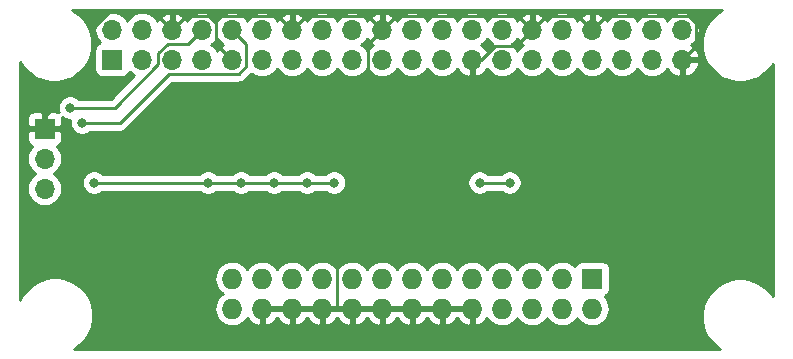
<source format=gbr>
G04 #@! TF.GenerationSoftware,KiCad,Pcbnew,(5.1.4-0-10_14)*
G04 #@! TF.CreationDate,2019-10-10T22:30:47+02:00*
G04 #@! TF.ProjectId,raspberry-to-caetla,72617370-6265-4727-9279-2d746f2d6361,1.0.8*
G04 #@! TF.SameCoordinates,Original*
G04 #@! TF.FileFunction,Copper,L2,Bot*
G04 #@! TF.FilePolarity,Positive*
%FSLAX46Y46*%
G04 Gerber Fmt 4.6, Leading zero omitted, Abs format (unit mm)*
G04 Created by KiCad (PCBNEW (5.1.4-0-10_14)) date 2019-10-10 22:30:47*
%MOMM*%
%LPD*%
G04 APERTURE LIST*
%ADD10O,1.727200X1.727200*%
%ADD11R,1.727200X1.727200*%
%ADD12O,1.700000X1.700000*%
%ADD13R,1.700000X1.700000*%
%ADD14C,0.800000*%
%ADD15C,0.250000*%
%ADD16C,0.254000*%
G04 APERTURE END LIST*
D10*
X68580000Y-74930000D03*
X68580000Y-72390000D03*
X71120000Y-74930000D03*
X71120000Y-72390000D03*
X73660000Y-74930000D03*
X73660000Y-72390000D03*
X76200000Y-74930000D03*
X76200000Y-72390000D03*
X78740000Y-74930000D03*
X78740000Y-72390000D03*
X81280000Y-74930000D03*
X81280000Y-72390000D03*
X83820000Y-74930000D03*
X83820000Y-72390000D03*
X86360000Y-74930000D03*
X86360000Y-72390000D03*
X88900000Y-74930000D03*
X88900000Y-72390000D03*
X91440000Y-74930000D03*
X91440000Y-72390000D03*
X93980000Y-74930000D03*
X93980000Y-72390000D03*
X96520000Y-74930000D03*
X96520000Y-72390000D03*
X99060000Y-74930000D03*
D11*
X99060000Y-72390000D03*
D12*
X106680000Y-51308000D03*
X106680000Y-53848000D03*
X104140000Y-51308000D03*
X104140000Y-53848000D03*
X101600000Y-51308000D03*
X101600000Y-53848000D03*
X99060000Y-51308000D03*
X99060000Y-53848000D03*
X96520000Y-51308000D03*
X96520000Y-53848000D03*
X93980000Y-51308000D03*
X93980000Y-53848000D03*
X91440000Y-51308000D03*
X91440000Y-53848000D03*
X88900000Y-51308000D03*
X88900000Y-53848000D03*
X86360000Y-51308000D03*
X86360000Y-53848000D03*
X83820000Y-51308000D03*
X83820000Y-53848000D03*
X81280000Y-51308000D03*
X81280000Y-53848000D03*
X78740000Y-51308000D03*
X78740000Y-53848000D03*
X76200000Y-51308000D03*
X76200000Y-53848000D03*
X73660000Y-51308000D03*
X73660000Y-53848000D03*
X71120000Y-51308000D03*
X71120000Y-53848000D03*
X68580000Y-51308000D03*
X68580000Y-53848000D03*
X66040000Y-51308000D03*
X66040000Y-53848000D03*
X63500000Y-51308000D03*
X63500000Y-53848000D03*
X60960000Y-51308000D03*
X60960000Y-53848000D03*
X58420000Y-51308000D03*
D13*
X58420000Y-53848000D03*
D12*
X52705000Y-64770000D03*
X52705000Y-62230000D03*
D13*
X52705000Y-59690000D03*
D14*
X54864000Y-57912000D03*
X55880000Y-59182000D03*
X92075000Y-55626000D03*
X79502000Y-56896000D03*
X78232000Y-61341000D03*
X66548000Y-64262000D03*
X69342000Y-64262000D03*
X72136000Y-64262000D03*
X74930000Y-64262000D03*
X56896000Y-64262000D03*
X92075000Y-64262000D03*
X89535000Y-64262000D03*
X77216000Y-64262000D03*
D15*
X54864000Y-57912000D02*
X58635002Y-57912000D01*
X58635002Y-57912000D02*
X62324999Y-54222003D01*
X65190001Y-52157999D02*
X66040000Y-51308000D01*
X62324999Y-54222003D02*
X62324999Y-53283999D01*
X64864999Y-52483001D02*
X65190001Y-52157999D01*
X62324999Y-53283999D02*
X63125997Y-52483001D01*
X63125997Y-52483001D02*
X64864999Y-52483001D01*
X55880000Y-59182000D02*
X59055000Y-59182000D01*
X69429999Y-52157999D02*
X68580000Y-51308000D01*
X69755001Y-52483001D02*
X69429999Y-52157999D01*
X69755001Y-54412001D02*
X69755001Y-52483001D01*
X69144001Y-55023001D02*
X69755001Y-54412001D01*
X63213999Y-55023001D02*
X69144001Y-55023001D01*
X59055000Y-59182000D02*
X63213999Y-55023001D01*
X88900000Y-74930000D02*
X86360000Y-74930000D01*
X86360000Y-74930000D02*
X83820000Y-74930000D01*
X83820000Y-74930000D02*
X81280000Y-74930000D01*
X81280000Y-74930000D02*
X78740000Y-74930000D01*
X76200000Y-74930000D02*
X73660000Y-74930000D01*
X73660000Y-74930000D02*
X71120000Y-74930000D01*
X64675001Y-50132999D02*
X63500000Y-51308000D01*
X66604001Y-50132999D02*
X64675001Y-50132999D01*
X67215001Y-52483001D02*
X67215001Y-50743999D01*
X68580000Y-53848000D02*
X67215001Y-52483001D01*
X67342001Y-50132999D02*
X66973001Y-50501999D01*
X72484999Y-50132999D02*
X67342001Y-50132999D01*
X66973001Y-50501999D02*
X66604001Y-50132999D01*
X73660000Y-51308000D02*
X72484999Y-50132999D01*
X67215001Y-50743999D02*
X66973001Y-50501999D01*
X74835001Y-50132999D02*
X73660000Y-51308000D01*
X80104999Y-50132999D02*
X74835001Y-50132999D01*
X81280000Y-51308000D02*
X80104999Y-50132999D01*
X92615001Y-52672999D02*
X93980000Y-51308000D01*
X90875999Y-52672999D02*
X92615001Y-52672999D01*
X89700998Y-53848000D02*
X90875999Y-52672999D01*
X88900000Y-53848000D02*
X89700998Y-53848000D01*
X95155001Y-50132999D02*
X93980000Y-51308000D01*
X97884999Y-50132999D02*
X95155001Y-50132999D01*
X99060000Y-51308000D02*
X97884999Y-50132999D01*
X100235001Y-50132999D02*
X99060000Y-51308000D01*
X107244001Y-50132999D02*
X100235001Y-50132999D01*
X107855001Y-50743999D02*
X107244001Y-50132999D01*
X107855001Y-52672999D02*
X107855001Y-50743999D01*
X106680000Y-53848000D02*
X107855001Y-52672999D01*
X92804999Y-50132999D02*
X93980000Y-51308000D01*
X82455001Y-50132999D02*
X92804999Y-50132999D01*
X81280000Y-51308000D02*
X82455001Y-50132999D01*
X88900000Y-55050081D02*
X89221919Y-55372000D01*
X88900000Y-53848000D02*
X88900000Y-55050081D01*
X91821000Y-55372000D02*
X92075000Y-55626000D01*
X89221919Y-55372000D02*
X91821000Y-55372000D01*
X80430001Y-52157999D02*
X81280000Y-51308000D01*
X80104999Y-56293001D02*
X80104999Y-52483001D01*
X80104999Y-52483001D02*
X80430001Y-52157999D01*
X79502000Y-56896000D02*
X80104999Y-56293001D01*
X77470000Y-74930000D02*
X76200000Y-74930000D01*
X78740000Y-74930000D02*
X77470000Y-74930000D01*
X58166000Y-49784000D02*
X56725001Y-51224999D01*
X61976000Y-49784000D02*
X58166000Y-49784000D01*
X63500000Y-51308000D02*
X61976000Y-49784000D01*
X79502000Y-56896000D02*
X78232000Y-58166000D01*
X78232000Y-58166000D02*
X78232000Y-61341000D01*
X77470000Y-74930000D02*
X77470000Y-69088000D01*
X78232000Y-68326000D02*
X78232000Y-61341000D01*
X77470000Y-69088000D02*
X78232000Y-68326000D01*
X56725001Y-54569999D02*
X56725001Y-52788001D01*
X52705000Y-58590000D02*
X56725001Y-54569999D01*
X52705000Y-59690000D02*
X52705000Y-58590000D01*
X56725001Y-52788001D02*
X56725001Y-53934999D01*
X56725001Y-51224999D02*
X56725001Y-52788001D01*
X74930000Y-64262000D02*
X72136000Y-64262000D01*
X72136000Y-64262000D02*
X69342000Y-64262000D01*
X69342000Y-64262000D02*
X66548000Y-64262000D01*
X66548000Y-64262000D02*
X56896000Y-64262000D01*
X74930000Y-64262000D02*
X77216000Y-64262000D01*
X89789000Y-64262000D02*
X92075000Y-64262000D01*
D16*
G36*
X109542907Y-49993425D02*
G01*
X109093425Y-50442907D01*
X108740270Y-50971442D01*
X108497012Y-51558719D01*
X108373000Y-52182168D01*
X108373000Y-52817832D01*
X108497012Y-53441281D01*
X108740270Y-54028558D01*
X109093425Y-54557093D01*
X109542907Y-55006575D01*
X110071442Y-55359730D01*
X110658719Y-55602988D01*
X111282168Y-55727000D01*
X111917832Y-55727000D01*
X112541281Y-55602988D01*
X113128558Y-55359730D01*
X113657093Y-55006575D01*
X114106575Y-54557093D01*
X114340000Y-54207747D01*
X114340001Y-73892254D01*
X114106575Y-73542907D01*
X113657093Y-73093425D01*
X113128558Y-72740270D01*
X112541281Y-72497012D01*
X111917832Y-72373000D01*
X111282168Y-72373000D01*
X110658719Y-72497012D01*
X110071442Y-72740270D01*
X109542907Y-73093425D01*
X109093425Y-73542907D01*
X108740270Y-74071442D01*
X108497012Y-74658719D01*
X108373000Y-75282168D01*
X108373000Y-75917832D01*
X108497012Y-76541281D01*
X108740270Y-77128558D01*
X109093425Y-77657093D01*
X109542907Y-78106575D01*
X109892253Y-78340000D01*
X55158086Y-78340000D01*
X55657093Y-78006575D01*
X56106575Y-77557093D01*
X56459730Y-77028558D01*
X56702988Y-76441281D01*
X56827000Y-75817832D01*
X56827000Y-75182168D01*
X56702988Y-74558719D01*
X56459730Y-73971442D01*
X56106575Y-73442907D01*
X55657093Y-72993425D01*
X55128558Y-72640270D01*
X54541281Y-72397012D01*
X54506030Y-72390000D01*
X67074149Y-72390000D01*
X67103084Y-72683777D01*
X67188775Y-72966264D01*
X67327931Y-73226606D01*
X67515203Y-73454797D01*
X67743394Y-73642069D01*
X67776940Y-73660000D01*
X67743394Y-73677931D01*
X67515203Y-73865203D01*
X67327931Y-74093394D01*
X67188775Y-74353736D01*
X67103084Y-74636223D01*
X67074149Y-74930000D01*
X67103084Y-75223777D01*
X67188775Y-75506264D01*
X67327931Y-75766606D01*
X67515203Y-75994797D01*
X67743394Y-76182069D01*
X68003736Y-76321225D01*
X68286223Y-76406916D01*
X68506381Y-76428600D01*
X68653619Y-76428600D01*
X68873777Y-76406916D01*
X69156264Y-76321225D01*
X69416606Y-76182069D01*
X69644797Y-75994797D01*
X69832069Y-75766606D01*
X69855863Y-75722090D01*
X69913183Y-75818488D01*
X70109707Y-76036854D01*
X70345056Y-76212684D01*
X70610186Y-76339222D01*
X70760974Y-76384958D01*
X70993000Y-76263817D01*
X70993000Y-75057000D01*
X71247000Y-75057000D01*
X71247000Y-76263817D01*
X71479026Y-76384958D01*
X71629814Y-76339222D01*
X71894944Y-76212684D01*
X72130293Y-76036854D01*
X72326817Y-75818488D01*
X72390000Y-75712230D01*
X72453183Y-75818488D01*
X72649707Y-76036854D01*
X72885056Y-76212684D01*
X73150186Y-76339222D01*
X73300974Y-76384958D01*
X73533000Y-76263817D01*
X73533000Y-75057000D01*
X73787000Y-75057000D01*
X73787000Y-76263817D01*
X74019026Y-76384958D01*
X74169814Y-76339222D01*
X74434944Y-76212684D01*
X74670293Y-76036854D01*
X74866817Y-75818488D01*
X74930000Y-75712230D01*
X74993183Y-75818488D01*
X75189707Y-76036854D01*
X75425056Y-76212684D01*
X75690186Y-76339222D01*
X75840974Y-76384958D01*
X76073000Y-76263817D01*
X76073000Y-75057000D01*
X76327000Y-75057000D01*
X76327000Y-76263817D01*
X76559026Y-76384958D01*
X76709814Y-76339222D01*
X76974944Y-76212684D01*
X77210293Y-76036854D01*
X77406817Y-75818488D01*
X77470000Y-75712230D01*
X77533183Y-75818488D01*
X77729707Y-76036854D01*
X77965056Y-76212684D01*
X78230186Y-76339222D01*
X78380974Y-76384958D01*
X78613000Y-76263817D01*
X78613000Y-75057000D01*
X78867000Y-75057000D01*
X78867000Y-76263817D01*
X79099026Y-76384958D01*
X79249814Y-76339222D01*
X79514944Y-76212684D01*
X79750293Y-76036854D01*
X79946817Y-75818488D01*
X80010000Y-75712230D01*
X80073183Y-75818488D01*
X80269707Y-76036854D01*
X80505056Y-76212684D01*
X80770186Y-76339222D01*
X80920974Y-76384958D01*
X81153000Y-76263817D01*
X81153000Y-75057000D01*
X81407000Y-75057000D01*
X81407000Y-76263817D01*
X81639026Y-76384958D01*
X81789814Y-76339222D01*
X82054944Y-76212684D01*
X82290293Y-76036854D01*
X82486817Y-75818488D01*
X82550000Y-75712230D01*
X82613183Y-75818488D01*
X82809707Y-76036854D01*
X83045056Y-76212684D01*
X83310186Y-76339222D01*
X83460974Y-76384958D01*
X83693000Y-76263817D01*
X83693000Y-75057000D01*
X83947000Y-75057000D01*
X83947000Y-76263817D01*
X84179026Y-76384958D01*
X84329814Y-76339222D01*
X84594944Y-76212684D01*
X84830293Y-76036854D01*
X85026817Y-75818488D01*
X85090000Y-75712230D01*
X85153183Y-75818488D01*
X85349707Y-76036854D01*
X85585056Y-76212684D01*
X85850186Y-76339222D01*
X86000974Y-76384958D01*
X86233000Y-76263817D01*
X86233000Y-75057000D01*
X86487000Y-75057000D01*
X86487000Y-76263817D01*
X86719026Y-76384958D01*
X86869814Y-76339222D01*
X87134944Y-76212684D01*
X87370293Y-76036854D01*
X87566817Y-75818488D01*
X87630000Y-75712230D01*
X87693183Y-75818488D01*
X87889707Y-76036854D01*
X88125056Y-76212684D01*
X88390186Y-76339222D01*
X88540974Y-76384958D01*
X88773000Y-76263817D01*
X88773000Y-75057000D01*
X86487000Y-75057000D01*
X86233000Y-75057000D01*
X83947000Y-75057000D01*
X83693000Y-75057000D01*
X81407000Y-75057000D01*
X81153000Y-75057000D01*
X78867000Y-75057000D01*
X78613000Y-75057000D01*
X76327000Y-75057000D01*
X76073000Y-75057000D01*
X73787000Y-75057000D01*
X73533000Y-75057000D01*
X71247000Y-75057000D01*
X70993000Y-75057000D01*
X70973000Y-75057000D01*
X70973000Y-74803000D01*
X70993000Y-74803000D01*
X70993000Y-74783000D01*
X71247000Y-74783000D01*
X71247000Y-74803000D01*
X73533000Y-74803000D01*
X73533000Y-74783000D01*
X73787000Y-74783000D01*
X73787000Y-74803000D01*
X76073000Y-74803000D01*
X76073000Y-74783000D01*
X76327000Y-74783000D01*
X76327000Y-74803000D01*
X78613000Y-74803000D01*
X78613000Y-74783000D01*
X78867000Y-74783000D01*
X78867000Y-74803000D01*
X81153000Y-74803000D01*
X81153000Y-74783000D01*
X81407000Y-74783000D01*
X81407000Y-74803000D01*
X83693000Y-74803000D01*
X83693000Y-74783000D01*
X83947000Y-74783000D01*
X83947000Y-74803000D01*
X86233000Y-74803000D01*
X86233000Y-74783000D01*
X86487000Y-74783000D01*
X86487000Y-74803000D01*
X88773000Y-74803000D01*
X88773000Y-74783000D01*
X89027000Y-74783000D01*
X89027000Y-74803000D01*
X89047000Y-74803000D01*
X89047000Y-75057000D01*
X89027000Y-75057000D01*
X89027000Y-76263817D01*
X89259026Y-76384958D01*
X89409814Y-76339222D01*
X89674944Y-76212684D01*
X89910293Y-76036854D01*
X90106817Y-75818488D01*
X90164137Y-75722090D01*
X90187931Y-75766606D01*
X90375203Y-75994797D01*
X90603394Y-76182069D01*
X90863736Y-76321225D01*
X91146223Y-76406916D01*
X91366381Y-76428600D01*
X91513619Y-76428600D01*
X91733777Y-76406916D01*
X92016264Y-76321225D01*
X92276606Y-76182069D01*
X92504797Y-75994797D01*
X92692069Y-75766606D01*
X92710000Y-75733060D01*
X92727931Y-75766606D01*
X92915203Y-75994797D01*
X93143394Y-76182069D01*
X93403736Y-76321225D01*
X93686223Y-76406916D01*
X93906381Y-76428600D01*
X94053619Y-76428600D01*
X94273777Y-76406916D01*
X94556264Y-76321225D01*
X94816606Y-76182069D01*
X95044797Y-75994797D01*
X95232069Y-75766606D01*
X95250000Y-75733060D01*
X95267931Y-75766606D01*
X95455203Y-75994797D01*
X95683394Y-76182069D01*
X95943736Y-76321225D01*
X96226223Y-76406916D01*
X96446381Y-76428600D01*
X96593619Y-76428600D01*
X96813777Y-76406916D01*
X97096264Y-76321225D01*
X97356606Y-76182069D01*
X97584797Y-75994797D01*
X97772069Y-75766606D01*
X97790000Y-75733060D01*
X97807931Y-75766606D01*
X97995203Y-75994797D01*
X98223394Y-76182069D01*
X98483736Y-76321225D01*
X98766223Y-76406916D01*
X98986381Y-76428600D01*
X99133619Y-76428600D01*
X99353777Y-76406916D01*
X99636264Y-76321225D01*
X99896606Y-76182069D01*
X100124797Y-75994797D01*
X100312069Y-75766606D01*
X100451225Y-75506264D01*
X100536916Y-75223777D01*
X100565851Y-74930000D01*
X100536916Y-74636223D01*
X100451225Y-74353736D01*
X100312069Y-74093394D01*
X100124797Y-73865203D01*
X100116735Y-73858586D01*
X100167780Y-73843102D01*
X100278094Y-73784137D01*
X100374785Y-73704785D01*
X100454137Y-73608094D01*
X100513102Y-73497780D01*
X100549412Y-73378082D01*
X100561672Y-73253600D01*
X100561672Y-71526400D01*
X100549412Y-71401918D01*
X100513102Y-71282220D01*
X100454137Y-71171906D01*
X100374785Y-71075215D01*
X100278094Y-70995863D01*
X100167780Y-70936898D01*
X100048082Y-70900588D01*
X99923600Y-70888328D01*
X98196400Y-70888328D01*
X98071918Y-70900588D01*
X97952220Y-70936898D01*
X97841906Y-70995863D01*
X97745215Y-71075215D01*
X97665863Y-71171906D01*
X97606898Y-71282220D01*
X97591414Y-71333265D01*
X97584797Y-71325203D01*
X97356606Y-71137931D01*
X97096264Y-70998775D01*
X96813777Y-70913084D01*
X96593619Y-70891400D01*
X96446381Y-70891400D01*
X96226223Y-70913084D01*
X95943736Y-70998775D01*
X95683394Y-71137931D01*
X95455203Y-71325203D01*
X95267931Y-71553394D01*
X95250000Y-71586940D01*
X95232069Y-71553394D01*
X95044797Y-71325203D01*
X94816606Y-71137931D01*
X94556264Y-70998775D01*
X94273777Y-70913084D01*
X94053619Y-70891400D01*
X93906381Y-70891400D01*
X93686223Y-70913084D01*
X93403736Y-70998775D01*
X93143394Y-71137931D01*
X92915203Y-71325203D01*
X92727931Y-71553394D01*
X92710000Y-71586940D01*
X92692069Y-71553394D01*
X92504797Y-71325203D01*
X92276606Y-71137931D01*
X92016264Y-70998775D01*
X91733777Y-70913084D01*
X91513619Y-70891400D01*
X91366381Y-70891400D01*
X91146223Y-70913084D01*
X90863736Y-70998775D01*
X90603394Y-71137931D01*
X90375203Y-71325203D01*
X90187931Y-71553394D01*
X90170000Y-71586940D01*
X90152069Y-71553394D01*
X89964797Y-71325203D01*
X89736606Y-71137931D01*
X89476264Y-70998775D01*
X89193777Y-70913084D01*
X88973619Y-70891400D01*
X88826381Y-70891400D01*
X88606223Y-70913084D01*
X88323736Y-70998775D01*
X88063394Y-71137931D01*
X87835203Y-71325203D01*
X87647931Y-71553394D01*
X87630000Y-71586940D01*
X87612069Y-71553394D01*
X87424797Y-71325203D01*
X87196606Y-71137931D01*
X86936264Y-70998775D01*
X86653777Y-70913084D01*
X86433619Y-70891400D01*
X86286381Y-70891400D01*
X86066223Y-70913084D01*
X85783736Y-70998775D01*
X85523394Y-71137931D01*
X85295203Y-71325203D01*
X85107931Y-71553394D01*
X85090000Y-71586940D01*
X85072069Y-71553394D01*
X84884797Y-71325203D01*
X84656606Y-71137931D01*
X84396264Y-70998775D01*
X84113777Y-70913084D01*
X83893619Y-70891400D01*
X83746381Y-70891400D01*
X83526223Y-70913084D01*
X83243736Y-70998775D01*
X82983394Y-71137931D01*
X82755203Y-71325203D01*
X82567931Y-71553394D01*
X82550000Y-71586940D01*
X82532069Y-71553394D01*
X82344797Y-71325203D01*
X82116606Y-71137931D01*
X81856264Y-70998775D01*
X81573777Y-70913084D01*
X81353619Y-70891400D01*
X81206381Y-70891400D01*
X80986223Y-70913084D01*
X80703736Y-70998775D01*
X80443394Y-71137931D01*
X80215203Y-71325203D01*
X80027931Y-71553394D01*
X80010000Y-71586940D01*
X79992069Y-71553394D01*
X79804797Y-71325203D01*
X79576606Y-71137931D01*
X79316264Y-70998775D01*
X79033777Y-70913084D01*
X78813619Y-70891400D01*
X78666381Y-70891400D01*
X78446223Y-70913084D01*
X78163736Y-70998775D01*
X77903394Y-71137931D01*
X77675203Y-71325203D01*
X77487931Y-71553394D01*
X77470000Y-71586940D01*
X77452069Y-71553394D01*
X77264797Y-71325203D01*
X77036606Y-71137931D01*
X76776264Y-70998775D01*
X76493777Y-70913084D01*
X76273619Y-70891400D01*
X76126381Y-70891400D01*
X75906223Y-70913084D01*
X75623736Y-70998775D01*
X75363394Y-71137931D01*
X75135203Y-71325203D01*
X74947931Y-71553394D01*
X74930000Y-71586940D01*
X74912069Y-71553394D01*
X74724797Y-71325203D01*
X74496606Y-71137931D01*
X74236264Y-70998775D01*
X73953777Y-70913084D01*
X73733619Y-70891400D01*
X73586381Y-70891400D01*
X73366223Y-70913084D01*
X73083736Y-70998775D01*
X72823394Y-71137931D01*
X72595203Y-71325203D01*
X72407931Y-71553394D01*
X72390000Y-71586940D01*
X72372069Y-71553394D01*
X72184797Y-71325203D01*
X71956606Y-71137931D01*
X71696264Y-70998775D01*
X71413777Y-70913084D01*
X71193619Y-70891400D01*
X71046381Y-70891400D01*
X70826223Y-70913084D01*
X70543736Y-70998775D01*
X70283394Y-71137931D01*
X70055203Y-71325203D01*
X69867931Y-71553394D01*
X69850000Y-71586940D01*
X69832069Y-71553394D01*
X69644797Y-71325203D01*
X69416606Y-71137931D01*
X69156264Y-70998775D01*
X68873777Y-70913084D01*
X68653619Y-70891400D01*
X68506381Y-70891400D01*
X68286223Y-70913084D01*
X68003736Y-70998775D01*
X67743394Y-71137931D01*
X67515203Y-71325203D01*
X67327931Y-71553394D01*
X67188775Y-71813736D01*
X67103084Y-72096223D01*
X67074149Y-72390000D01*
X54506030Y-72390000D01*
X53917832Y-72273000D01*
X53282168Y-72273000D01*
X52658719Y-72397012D01*
X52071442Y-72640270D01*
X51542907Y-72993425D01*
X51093425Y-73442907D01*
X50740270Y-73971442D01*
X50660000Y-74165231D01*
X50660000Y-62230000D01*
X51212815Y-62230000D01*
X51241487Y-62521111D01*
X51326401Y-62801034D01*
X51464294Y-63059014D01*
X51649866Y-63285134D01*
X51875986Y-63470706D01*
X51930791Y-63500000D01*
X51875986Y-63529294D01*
X51649866Y-63714866D01*
X51464294Y-63940986D01*
X51326401Y-64198966D01*
X51241487Y-64478889D01*
X51212815Y-64770000D01*
X51241487Y-65061111D01*
X51326401Y-65341034D01*
X51464294Y-65599014D01*
X51649866Y-65825134D01*
X51875986Y-66010706D01*
X52133966Y-66148599D01*
X52413889Y-66233513D01*
X52632050Y-66255000D01*
X52777950Y-66255000D01*
X52996111Y-66233513D01*
X53276034Y-66148599D01*
X53534014Y-66010706D01*
X53760134Y-65825134D01*
X53945706Y-65599014D01*
X54083599Y-65341034D01*
X54168513Y-65061111D01*
X54197185Y-64770000D01*
X54168513Y-64478889D01*
X54083599Y-64198966D01*
X54062804Y-64160061D01*
X55861000Y-64160061D01*
X55861000Y-64363939D01*
X55900774Y-64563898D01*
X55978795Y-64752256D01*
X56092063Y-64921774D01*
X56236226Y-65065937D01*
X56405744Y-65179205D01*
X56594102Y-65257226D01*
X56794061Y-65297000D01*
X56997939Y-65297000D01*
X57197898Y-65257226D01*
X57386256Y-65179205D01*
X57555774Y-65065937D01*
X57599711Y-65022000D01*
X65844289Y-65022000D01*
X65888226Y-65065937D01*
X66057744Y-65179205D01*
X66246102Y-65257226D01*
X66446061Y-65297000D01*
X66649939Y-65297000D01*
X66849898Y-65257226D01*
X67038256Y-65179205D01*
X67207774Y-65065937D01*
X67251711Y-65022000D01*
X68638289Y-65022000D01*
X68682226Y-65065937D01*
X68851744Y-65179205D01*
X69040102Y-65257226D01*
X69240061Y-65297000D01*
X69443939Y-65297000D01*
X69643898Y-65257226D01*
X69832256Y-65179205D01*
X70001774Y-65065937D01*
X70045711Y-65022000D01*
X71432289Y-65022000D01*
X71476226Y-65065937D01*
X71645744Y-65179205D01*
X71834102Y-65257226D01*
X72034061Y-65297000D01*
X72237939Y-65297000D01*
X72437898Y-65257226D01*
X72626256Y-65179205D01*
X72795774Y-65065937D01*
X72839711Y-65022000D01*
X74226289Y-65022000D01*
X74270226Y-65065937D01*
X74439744Y-65179205D01*
X74628102Y-65257226D01*
X74828061Y-65297000D01*
X75031939Y-65297000D01*
X75231898Y-65257226D01*
X75420256Y-65179205D01*
X75589774Y-65065937D01*
X75633711Y-65022000D01*
X76512289Y-65022000D01*
X76556226Y-65065937D01*
X76725744Y-65179205D01*
X76914102Y-65257226D01*
X77114061Y-65297000D01*
X77317939Y-65297000D01*
X77517898Y-65257226D01*
X77706256Y-65179205D01*
X77875774Y-65065937D01*
X78019937Y-64921774D01*
X78133205Y-64752256D01*
X78211226Y-64563898D01*
X78251000Y-64363939D01*
X78251000Y-64160061D01*
X88500000Y-64160061D01*
X88500000Y-64363939D01*
X88539774Y-64563898D01*
X88617795Y-64752256D01*
X88731063Y-64921774D01*
X88875226Y-65065937D01*
X89044744Y-65179205D01*
X89233102Y-65257226D01*
X89433061Y-65297000D01*
X89636939Y-65297000D01*
X89836898Y-65257226D01*
X90025256Y-65179205D01*
X90194774Y-65065937D01*
X90238711Y-65022000D01*
X91371289Y-65022000D01*
X91415226Y-65065937D01*
X91584744Y-65179205D01*
X91773102Y-65257226D01*
X91973061Y-65297000D01*
X92176939Y-65297000D01*
X92376898Y-65257226D01*
X92565256Y-65179205D01*
X92734774Y-65065937D01*
X92878937Y-64921774D01*
X92992205Y-64752256D01*
X93070226Y-64563898D01*
X93110000Y-64363939D01*
X93110000Y-64160061D01*
X93070226Y-63960102D01*
X92992205Y-63771744D01*
X92878937Y-63602226D01*
X92734774Y-63458063D01*
X92565256Y-63344795D01*
X92376898Y-63266774D01*
X92176939Y-63227000D01*
X91973061Y-63227000D01*
X91773102Y-63266774D01*
X91584744Y-63344795D01*
X91415226Y-63458063D01*
X91371289Y-63502000D01*
X90238711Y-63502000D01*
X90194774Y-63458063D01*
X90025256Y-63344795D01*
X89836898Y-63266774D01*
X89636939Y-63227000D01*
X89433061Y-63227000D01*
X89233102Y-63266774D01*
X89044744Y-63344795D01*
X88875226Y-63458063D01*
X88731063Y-63602226D01*
X88617795Y-63771744D01*
X88539774Y-63960102D01*
X88500000Y-64160061D01*
X78251000Y-64160061D01*
X78211226Y-63960102D01*
X78133205Y-63771744D01*
X78019937Y-63602226D01*
X77875774Y-63458063D01*
X77706256Y-63344795D01*
X77517898Y-63266774D01*
X77317939Y-63227000D01*
X77114061Y-63227000D01*
X76914102Y-63266774D01*
X76725744Y-63344795D01*
X76556226Y-63458063D01*
X76512289Y-63502000D01*
X75633711Y-63502000D01*
X75589774Y-63458063D01*
X75420256Y-63344795D01*
X75231898Y-63266774D01*
X75031939Y-63227000D01*
X74828061Y-63227000D01*
X74628102Y-63266774D01*
X74439744Y-63344795D01*
X74270226Y-63458063D01*
X74226289Y-63502000D01*
X72839711Y-63502000D01*
X72795774Y-63458063D01*
X72626256Y-63344795D01*
X72437898Y-63266774D01*
X72237939Y-63227000D01*
X72034061Y-63227000D01*
X71834102Y-63266774D01*
X71645744Y-63344795D01*
X71476226Y-63458063D01*
X71432289Y-63502000D01*
X70045711Y-63502000D01*
X70001774Y-63458063D01*
X69832256Y-63344795D01*
X69643898Y-63266774D01*
X69443939Y-63227000D01*
X69240061Y-63227000D01*
X69040102Y-63266774D01*
X68851744Y-63344795D01*
X68682226Y-63458063D01*
X68638289Y-63502000D01*
X67251711Y-63502000D01*
X67207774Y-63458063D01*
X67038256Y-63344795D01*
X66849898Y-63266774D01*
X66649939Y-63227000D01*
X66446061Y-63227000D01*
X66246102Y-63266774D01*
X66057744Y-63344795D01*
X65888226Y-63458063D01*
X65844289Y-63502000D01*
X57599711Y-63502000D01*
X57555774Y-63458063D01*
X57386256Y-63344795D01*
X57197898Y-63266774D01*
X56997939Y-63227000D01*
X56794061Y-63227000D01*
X56594102Y-63266774D01*
X56405744Y-63344795D01*
X56236226Y-63458063D01*
X56092063Y-63602226D01*
X55978795Y-63771744D01*
X55900774Y-63960102D01*
X55861000Y-64160061D01*
X54062804Y-64160061D01*
X53945706Y-63940986D01*
X53760134Y-63714866D01*
X53534014Y-63529294D01*
X53479209Y-63500000D01*
X53534014Y-63470706D01*
X53760134Y-63285134D01*
X53945706Y-63059014D01*
X54083599Y-62801034D01*
X54168513Y-62521111D01*
X54197185Y-62230000D01*
X54168513Y-61938889D01*
X54083599Y-61658966D01*
X53945706Y-61400986D01*
X53760134Y-61174866D01*
X53730313Y-61150393D01*
X53799180Y-61129502D01*
X53909494Y-61070537D01*
X54006185Y-60991185D01*
X54085537Y-60894494D01*
X54144502Y-60784180D01*
X54180812Y-60664482D01*
X54193072Y-60540000D01*
X54190000Y-59975750D01*
X54031250Y-59817000D01*
X52832000Y-59817000D01*
X52832000Y-59837000D01*
X52578000Y-59837000D01*
X52578000Y-59817000D01*
X51378750Y-59817000D01*
X51220000Y-59975750D01*
X51216928Y-60540000D01*
X51229188Y-60664482D01*
X51265498Y-60784180D01*
X51324463Y-60894494D01*
X51403815Y-60991185D01*
X51500506Y-61070537D01*
X51610820Y-61129502D01*
X51679687Y-61150393D01*
X51649866Y-61174866D01*
X51464294Y-61400986D01*
X51326401Y-61658966D01*
X51241487Y-61938889D01*
X51212815Y-62230000D01*
X50660000Y-62230000D01*
X50660000Y-58840000D01*
X51216928Y-58840000D01*
X51220000Y-59404250D01*
X51378750Y-59563000D01*
X52578000Y-59563000D01*
X52578000Y-58363750D01*
X52832000Y-58363750D01*
X52832000Y-59563000D01*
X54031250Y-59563000D01*
X54190000Y-59404250D01*
X54193072Y-58840000D01*
X54180812Y-58715518D01*
X54170799Y-58682510D01*
X54204226Y-58715937D01*
X54373744Y-58829205D01*
X54562102Y-58907226D01*
X54762061Y-58947000D01*
X54871467Y-58947000D01*
X54845000Y-59080061D01*
X54845000Y-59283939D01*
X54884774Y-59483898D01*
X54962795Y-59672256D01*
X55076063Y-59841774D01*
X55220226Y-59985937D01*
X55389744Y-60099205D01*
X55578102Y-60177226D01*
X55778061Y-60217000D01*
X55981939Y-60217000D01*
X56181898Y-60177226D01*
X56370256Y-60099205D01*
X56539774Y-59985937D01*
X56583711Y-59942000D01*
X59017678Y-59942000D01*
X59055000Y-59945676D01*
X59092322Y-59942000D01*
X59092333Y-59942000D01*
X59203986Y-59931003D01*
X59347247Y-59887546D01*
X59479276Y-59816974D01*
X59595001Y-59722001D01*
X59618804Y-59692997D01*
X63528801Y-55783001D01*
X69106679Y-55783001D01*
X69144001Y-55786677D01*
X69181323Y-55783001D01*
X69181334Y-55783001D01*
X69292987Y-55772004D01*
X69436248Y-55728547D01*
X69568277Y-55657975D01*
X69684002Y-55563002D01*
X69707804Y-55533999D01*
X70215252Y-55026553D01*
X70290986Y-55088706D01*
X70548966Y-55226599D01*
X70828889Y-55311513D01*
X71047050Y-55333000D01*
X71192950Y-55333000D01*
X71411111Y-55311513D01*
X71691034Y-55226599D01*
X71949014Y-55088706D01*
X72175134Y-54903134D01*
X72360706Y-54677014D01*
X72390000Y-54622209D01*
X72419294Y-54677014D01*
X72604866Y-54903134D01*
X72830986Y-55088706D01*
X73088966Y-55226599D01*
X73368889Y-55311513D01*
X73587050Y-55333000D01*
X73732950Y-55333000D01*
X73951111Y-55311513D01*
X74231034Y-55226599D01*
X74489014Y-55088706D01*
X74715134Y-54903134D01*
X74900706Y-54677014D01*
X74930000Y-54622209D01*
X74959294Y-54677014D01*
X75144866Y-54903134D01*
X75370986Y-55088706D01*
X75628966Y-55226599D01*
X75908889Y-55311513D01*
X76127050Y-55333000D01*
X76272950Y-55333000D01*
X76491111Y-55311513D01*
X76771034Y-55226599D01*
X77029014Y-55088706D01*
X77255134Y-54903134D01*
X77440706Y-54677014D01*
X77470000Y-54622209D01*
X77499294Y-54677014D01*
X77684866Y-54903134D01*
X77910986Y-55088706D01*
X78168966Y-55226599D01*
X78448889Y-55311513D01*
X78667050Y-55333000D01*
X78812950Y-55333000D01*
X79031111Y-55311513D01*
X79311034Y-55226599D01*
X79569014Y-55088706D01*
X79795134Y-54903134D01*
X79980706Y-54677014D01*
X80010000Y-54622209D01*
X80039294Y-54677014D01*
X80224866Y-54903134D01*
X80450986Y-55088706D01*
X80708966Y-55226599D01*
X80988889Y-55311513D01*
X81207050Y-55333000D01*
X81352950Y-55333000D01*
X81571111Y-55311513D01*
X81851034Y-55226599D01*
X82109014Y-55088706D01*
X82335134Y-54903134D01*
X82520706Y-54677014D01*
X82550000Y-54622209D01*
X82579294Y-54677014D01*
X82764866Y-54903134D01*
X82990986Y-55088706D01*
X83248966Y-55226599D01*
X83528889Y-55311513D01*
X83747050Y-55333000D01*
X83892950Y-55333000D01*
X84111111Y-55311513D01*
X84391034Y-55226599D01*
X84649014Y-55088706D01*
X84875134Y-54903134D01*
X85060706Y-54677014D01*
X85090000Y-54622209D01*
X85119294Y-54677014D01*
X85304866Y-54903134D01*
X85530986Y-55088706D01*
X85788966Y-55226599D01*
X86068889Y-55311513D01*
X86287050Y-55333000D01*
X86432950Y-55333000D01*
X86651111Y-55311513D01*
X86931034Y-55226599D01*
X87189014Y-55088706D01*
X87415134Y-54903134D01*
X87600706Y-54677014D01*
X87635201Y-54612477D01*
X87704822Y-54729355D01*
X87899731Y-54945588D01*
X88133080Y-55119641D01*
X88395901Y-55244825D01*
X88543110Y-55289476D01*
X88773000Y-55168155D01*
X88773000Y-53975000D01*
X88753000Y-53975000D01*
X88753000Y-53721000D01*
X88773000Y-53721000D01*
X88773000Y-53701000D01*
X89027000Y-53701000D01*
X89027000Y-53721000D01*
X89047000Y-53721000D01*
X89047000Y-53975000D01*
X89027000Y-53975000D01*
X89027000Y-55168155D01*
X89256890Y-55289476D01*
X89404099Y-55244825D01*
X89666920Y-55119641D01*
X89900269Y-54945588D01*
X90095178Y-54729355D01*
X90164799Y-54612477D01*
X90199294Y-54677014D01*
X90384866Y-54903134D01*
X90610986Y-55088706D01*
X90868966Y-55226599D01*
X91148889Y-55311513D01*
X91367050Y-55333000D01*
X91512950Y-55333000D01*
X91731111Y-55311513D01*
X92011034Y-55226599D01*
X92269014Y-55088706D01*
X92495134Y-54903134D01*
X92680706Y-54677014D01*
X92710000Y-54622209D01*
X92739294Y-54677014D01*
X92924866Y-54903134D01*
X93150986Y-55088706D01*
X93408966Y-55226599D01*
X93688889Y-55311513D01*
X93907050Y-55333000D01*
X94052950Y-55333000D01*
X94271111Y-55311513D01*
X94551034Y-55226599D01*
X94809014Y-55088706D01*
X95035134Y-54903134D01*
X95220706Y-54677014D01*
X95250000Y-54622209D01*
X95279294Y-54677014D01*
X95464866Y-54903134D01*
X95690986Y-55088706D01*
X95948966Y-55226599D01*
X96228889Y-55311513D01*
X96447050Y-55333000D01*
X96592950Y-55333000D01*
X96811111Y-55311513D01*
X97091034Y-55226599D01*
X97349014Y-55088706D01*
X97575134Y-54903134D01*
X97760706Y-54677014D01*
X97790000Y-54622209D01*
X97819294Y-54677014D01*
X98004866Y-54903134D01*
X98230986Y-55088706D01*
X98488966Y-55226599D01*
X98768889Y-55311513D01*
X98987050Y-55333000D01*
X99132950Y-55333000D01*
X99351111Y-55311513D01*
X99631034Y-55226599D01*
X99889014Y-55088706D01*
X100115134Y-54903134D01*
X100300706Y-54677014D01*
X100330000Y-54622209D01*
X100359294Y-54677014D01*
X100544866Y-54903134D01*
X100770986Y-55088706D01*
X101028966Y-55226599D01*
X101308889Y-55311513D01*
X101527050Y-55333000D01*
X101672950Y-55333000D01*
X101891111Y-55311513D01*
X102171034Y-55226599D01*
X102429014Y-55088706D01*
X102655134Y-54903134D01*
X102840706Y-54677014D01*
X102870000Y-54622209D01*
X102899294Y-54677014D01*
X103084866Y-54903134D01*
X103310986Y-55088706D01*
X103568966Y-55226599D01*
X103848889Y-55311513D01*
X104067050Y-55333000D01*
X104212950Y-55333000D01*
X104431111Y-55311513D01*
X104711034Y-55226599D01*
X104969014Y-55088706D01*
X105195134Y-54903134D01*
X105380706Y-54677014D01*
X105415201Y-54612477D01*
X105484822Y-54729355D01*
X105679731Y-54945588D01*
X105913080Y-55119641D01*
X106175901Y-55244825D01*
X106323110Y-55289476D01*
X106553000Y-55168155D01*
X106553000Y-53975000D01*
X106807000Y-53975000D01*
X106807000Y-55168155D01*
X107036890Y-55289476D01*
X107184099Y-55244825D01*
X107446920Y-55119641D01*
X107680269Y-54945588D01*
X107875178Y-54729355D01*
X108024157Y-54479252D01*
X108121481Y-54204891D01*
X108000814Y-53975000D01*
X106807000Y-53975000D01*
X106553000Y-53975000D01*
X106533000Y-53975000D01*
X106533000Y-53721000D01*
X106553000Y-53721000D01*
X106553000Y-53701000D01*
X106807000Y-53701000D01*
X106807000Y-53721000D01*
X108000814Y-53721000D01*
X108121481Y-53491109D01*
X108024157Y-53216748D01*
X107875178Y-52966645D01*
X107680269Y-52750412D01*
X107451244Y-52579584D01*
X107509014Y-52548706D01*
X107735134Y-52363134D01*
X107920706Y-52137014D01*
X108058599Y-51879034D01*
X108143513Y-51599111D01*
X108172185Y-51308000D01*
X108143513Y-51016889D01*
X108058599Y-50736966D01*
X107920706Y-50478986D01*
X107735134Y-50252866D01*
X107509014Y-50067294D01*
X107251034Y-49929401D01*
X106971111Y-49844487D01*
X106752950Y-49823000D01*
X106607050Y-49823000D01*
X106388889Y-49844487D01*
X106108966Y-49929401D01*
X105850986Y-50067294D01*
X105624866Y-50252866D01*
X105439294Y-50478986D01*
X105410000Y-50533791D01*
X105380706Y-50478986D01*
X105195134Y-50252866D01*
X104969014Y-50067294D01*
X104711034Y-49929401D01*
X104431111Y-49844487D01*
X104212950Y-49823000D01*
X104067050Y-49823000D01*
X103848889Y-49844487D01*
X103568966Y-49929401D01*
X103310986Y-50067294D01*
X103084866Y-50252866D01*
X102899294Y-50478986D01*
X102870000Y-50533791D01*
X102840706Y-50478986D01*
X102655134Y-50252866D01*
X102429014Y-50067294D01*
X102171034Y-49929401D01*
X101891111Y-49844487D01*
X101672950Y-49823000D01*
X101527050Y-49823000D01*
X101308889Y-49844487D01*
X101028966Y-49929401D01*
X100770986Y-50067294D01*
X100544866Y-50252866D01*
X100359294Y-50478986D01*
X100324799Y-50543523D01*
X100255178Y-50426645D01*
X100060269Y-50210412D01*
X99826920Y-50036359D01*
X99564099Y-49911175D01*
X99416890Y-49866524D01*
X99187000Y-49987845D01*
X99187000Y-51181000D01*
X99207000Y-51181000D01*
X99207000Y-51435000D01*
X99187000Y-51435000D01*
X99187000Y-51455000D01*
X98933000Y-51455000D01*
X98933000Y-51435000D01*
X98913000Y-51435000D01*
X98913000Y-51181000D01*
X98933000Y-51181000D01*
X98933000Y-49987845D01*
X98703110Y-49866524D01*
X98555901Y-49911175D01*
X98293080Y-50036359D01*
X98059731Y-50210412D01*
X97864822Y-50426645D01*
X97795201Y-50543523D01*
X97760706Y-50478986D01*
X97575134Y-50252866D01*
X97349014Y-50067294D01*
X97091034Y-49929401D01*
X96811111Y-49844487D01*
X96592950Y-49823000D01*
X96447050Y-49823000D01*
X96228889Y-49844487D01*
X95948966Y-49929401D01*
X95690986Y-50067294D01*
X95464866Y-50252866D01*
X95279294Y-50478986D01*
X95244799Y-50543523D01*
X95175178Y-50426645D01*
X94980269Y-50210412D01*
X94746920Y-50036359D01*
X94484099Y-49911175D01*
X94336890Y-49866524D01*
X94107000Y-49987845D01*
X94107000Y-51181000D01*
X94127000Y-51181000D01*
X94127000Y-51435000D01*
X94107000Y-51435000D01*
X94107000Y-51455000D01*
X93853000Y-51455000D01*
X93853000Y-51435000D01*
X93833000Y-51435000D01*
X93833000Y-51181000D01*
X93853000Y-51181000D01*
X93853000Y-49987845D01*
X93623110Y-49866524D01*
X93475901Y-49911175D01*
X93213080Y-50036359D01*
X92979731Y-50210412D01*
X92784822Y-50426645D01*
X92715201Y-50543523D01*
X92680706Y-50478986D01*
X92495134Y-50252866D01*
X92269014Y-50067294D01*
X92011034Y-49929401D01*
X91731111Y-49844487D01*
X91512950Y-49823000D01*
X91367050Y-49823000D01*
X91148889Y-49844487D01*
X90868966Y-49929401D01*
X90610986Y-50067294D01*
X90384866Y-50252866D01*
X90199294Y-50478986D01*
X90170000Y-50533791D01*
X90140706Y-50478986D01*
X89955134Y-50252866D01*
X89729014Y-50067294D01*
X89471034Y-49929401D01*
X89191111Y-49844487D01*
X88972950Y-49823000D01*
X88827050Y-49823000D01*
X88608889Y-49844487D01*
X88328966Y-49929401D01*
X88070986Y-50067294D01*
X87844866Y-50252866D01*
X87659294Y-50478986D01*
X87630000Y-50533791D01*
X87600706Y-50478986D01*
X87415134Y-50252866D01*
X87189014Y-50067294D01*
X86931034Y-49929401D01*
X86651111Y-49844487D01*
X86432950Y-49823000D01*
X86287050Y-49823000D01*
X86068889Y-49844487D01*
X85788966Y-49929401D01*
X85530986Y-50067294D01*
X85304866Y-50252866D01*
X85119294Y-50478986D01*
X85090000Y-50533791D01*
X85060706Y-50478986D01*
X84875134Y-50252866D01*
X84649014Y-50067294D01*
X84391034Y-49929401D01*
X84111111Y-49844487D01*
X83892950Y-49823000D01*
X83747050Y-49823000D01*
X83528889Y-49844487D01*
X83248966Y-49929401D01*
X82990986Y-50067294D01*
X82764866Y-50252866D01*
X82579294Y-50478986D01*
X82544799Y-50543523D01*
X82475178Y-50426645D01*
X82280269Y-50210412D01*
X82046920Y-50036359D01*
X81784099Y-49911175D01*
X81636890Y-49866524D01*
X81407000Y-49987845D01*
X81407000Y-51181000D01*
X81427000Y-51181000D01*
X81427000Y-51435000D01*
X81407000Y-51435000D01*
X81407000Y-51455000D01*
X81153000Y-51455000D01*
X81153000Y-51435000D01*
X81133000Y-51435000D01*
X81133000Y-51181000D01*
X81153000Y-51181000D01*
X81153000Y-49987845D01*
X80923110Y-49866524D01*
X80775901Y-49911175D01*
X80513080Y-50036359D01*
X80279731Y-50210412D01*
X80084822Y-50426645D01*
X80015201Y-50543523D01*
X79980706Y-50478986D01*
X79795134Y-50252866D01*
X79569014Y-50067294D01*
X79311034Y-49929401D01*
X79031111Y-49844487D01*
X78812950Y-49823000D01*
X78667050Y-49823000D01*
X78448889Y-49844487D01*
X78168966Y-49929401D01*
X77910986Y-50067294D01*
X77684866Y-50252866D01*
X77499294Y-50478986D01*
X77470000Y-50533791D01*
X77440706Y-50478986D01*
X77255134Y-50252866D01*
X77029014Y-50067294D01*
X76771034Y-49929401D01*
X76491111Y-49844487D01*
X76272950Y-49823000D01*
X76127050Y-49823000D01*
X75908889Y-49844487D01*
X75628966Y-49929401D01*
X75370986Y-50067294D01*
X75144866Y-50252866D01*
X74959294Y-50478986D01*
X74924799Y-50543523D01*
X74855178Y-50426645D01*
X74660269Y-50210412D01*
X74426920Y-50036359D01*
X74164099Y-49911175D01*
X74016890Y-49866524D01*
X73787000Y-49987845D01*
X73787000Y-51181000D01*
X73807000Y-51181000D01*
X73807000Y-51435000D01*
X73787000Y-51435000D01*
X73787000Y-51455000D01*
X73533000Y-51455000D01*
X73533000Y-51435000D01*
X73513000Y-51435000D01*
X73513000Y-51181000D01*
X73533000Y-51181000D01*
X73533000Y-49987845D01*
X73303110Y-49866524D01*
X73155901Y-49911175D01*
X72893080Y-50036359D01*
X72659731Y-50210412D01*
X72464822Y-50426645D01*
X72395201Y-50543523D01*
X72360706Y-50478986D01*
X72175134Y-50252866D01*
X71949014Y-50067294D01*
X71691034Y-49929401D01*
X71411111Y-49844487D01*
X71192950Y-49823000D01*
X71047050Y-49823000D01*
X70828889Y-49844487D01*
X70548966Y-49929401D01*
X70290986Y-50067294D01*
X70064866Y-50252866D01*
X69879294Y-50478986D01*
X69850000Y-50533791D01*
X69820706Y-50478986D01*
X69635134Y-50252866D01*
X69409014Y-50067294D01*
X69151034Y-49929401D01*
X68871111Y-49844487D01*
X68652950Y-49823000D01*
X68507050Y-49823000D01*
X68288889Y-49844487D01*
X68008966Y-49929401D01*
X67750986Y-50067294D01*
X67524866Y-50252866D01*
X67339294Y-50478986D01*
X67310000Y-50533791D01*
X67280706Y-50478986D01*
X67095134Y-50252866D01*
X66869014Y-50067294D01*
X66611034Y-49929401D01*
X66331111Y-49844487D01*
X66112950Y-49823000D01*
X65967050Y-49823000D01*
X65748889Y-49844487D01*
X65468966Y-49929401D01*
X65210986Y-50067294D01*
X64984866Y-50252866D01*
X64799294Y-50478986D01*
X64764799Y-50543523D01*
X64695178Y-50426645D01*
X64500269Y-50210412D01*
X64266920Y-50036359D01*
X64004099Y-49911175D01*
X63856890Y-49866524D01*
X63627000Y-49987845D01*
X63627000Y-51181000D01*
X63647000Y-51181000D01*
X63647000Y-51435000D01*
X63627000Y-51435000D01*
X63627000Y-51455000D01*
X63373000Y-51455000D01*
X63373000Y-51435000D01*
X63353000Y-51435000D01*
X63353000Y-51181000D01*
X63373000Y-51181000D01*
X63373000Y-49987845D01*
X63143110Y-49866524D01*
X62995901Y-49911175D01*
X62733080Y-50036359D01*
X62499731Y-50210412D01*
X62304822Y-50426645D01*
X62235201Y-50543523D01*
X62200706Y-50478986D01*
X62015134Y-50252866D01*
X61789014Y-50067294D01*
X61531034Y-49929401D01*
X61251111Y-49844487D01*
X61032950Y-49823000D01*
X60887050Y-49823000D01*
X60668889Y-49844487D01*
X60388966Y-49929401D01*
X60130986Y-50067294D01*
X59904866Y-50252866D01*
X59719294Y-50478986D01*
X59690000Y-50533791D01*
X59660706Y-50478986D01*
X59475134Y-50252866D01*
X59249014Y-50067294D01*
X58991034Y-49929401D01*
X58711111Y-49844487D01*
X58492950Y-49823000D01*
X58347050Y-49823000D01*
X58128889Y-49844487D01*
X57848966Y-49929401D01*
X57590986Y-50067294D01*
X57364866Y-50252866D01*
X57179294Y-50478986D01*
X57041401Y-50736966D01*
X56956487Y-51016889D01*
X56927815Y-51308000D01*
X56956487Y-51599111D01*
X57041401Y-51879034D01*
X57179294Y-52137014D01*
X57364866Y-52363134D01*
X57394687Y-52387607D01*
X57325820Y-52408498D01*
X57215506Y-52467463D01*
X57118815Y-52546815D01*
X57039463Y-52643506D01*
X56980498Y-52753820D01*
X56944188Y-52873518D01*
X56931928Y-52998000D01*
X56931928Y-54698000D01*
X56944188Y-54822482D01*
X56980498Y-54942180D01*
X57039463Y-55052494D01*
X57118815Y-55149185D01*
X57215506Y-55228537D01*
X57325820Y-55287502D01*
X57445518Y-55323812D01*
X57570000Y-55336072D01*
X59270000Y-55336072D01*
X59394482Y-55323812D01*
X59514180Y-55287502D01*
X59624494Y-55228537D01*
X59721185Y-55149185D01*
X59800537Y-55052494D01*
X59859502Y-54942180D01*
X59880393Y-54873313D01*
X59904866Y-54903134D01*
X60130986Y-55088706D01*
X60295539Y-55176661D01*
X58320201Y-57152000D01*
X55567711Y-57152000D01*
X55523774Y-57108063D01*
X55354256Y-56994795D01*
X55165898Y-56916774D01*
X54965939Y-56877000D01*
X54762061Y-56877000D01*
X54562102Y-56916774D01*
X54373744Y-56994795D01*
X54204226Y-57108063D01*
X54060063Y-57252226D01*
X53946795Y-57421744D01*
X53868774Y-57610102D01*
X53829000Y-57810061D01*
X53829000Y-58013939D01*
X53868774Y-58213898D01*
X53908036Y-58308684D01*
X53799180Y-58250498D01*
X53679482Y-58214188D01*
X53555000Y-58201928D01*
X52990750Y-58205000D01*
X52832000Y-58363750D01*
X52578000Y-58363750D01*
X52419250Y-58205000D01*
X51855000Y-58201928D01*
X51730518Y-58214188D01*
X51610820Y-58250498D01*
X51500506Y-58309463D01*
X51403815Y-58388815D01*
X51324463Y-58485506D01*
X51265498Y-58595820D01*
X51229188Y-58715518D01*
X51216928Y-58840000D01*
X50660000Y-58840000D01*
X50660000Y-54058086D01*
X50993425Y-54557093D01*
X51442907Y-55006575D01*
X51971442Y-55359730D01*
X52558719Y-55602988D01*
X53182168Y-55727000D01*
X53817832Y-55727000D01*
X54441281Y-55602988D01*
X55028558Y-55359730D01*
X55557093Y-55006575D01*
X56006575Y-54557093D01*
X56359730Y-54028558D01*
X56602988Y-53441281D01*
X56727000Y-52817832D01*
X56727000Y-52182168D01*
X56602988Y-51558719D01*
X56359730Y-50971442D01*
X56006575Y-50442907D01*
X55557093Y-49993425D01*
X55058086Y-49660000D01*
X110041914Y-49660000D01*
X109542907Y-49993425D01*
X109542907Y-49993425D01*
G37*
X109542907Y-49993425D02*
X109093425Y-50442907D01*
X108740270Y-50971442D01*
X108497012Y-51558719D01*
X108373000Y-52182168D01*
X108373000Y-52817832D01*
X108497012Y-53441281D01*
X108740270Y-54028558D01*
X109093425Y-54557093D01*
X109542907Y-55006575D01*
X110071442Y-55359730D01*
X110658719Y-55602988D01*
X111282168Y-55727000D01*
X111917832Y-55727000D01*
X112541281Y-55602988D01*
X113128558Y-55359730D01*
X113657093Y-55006575D01*
X114106575Y-54557093D01*
X114340000Y-54207747D01*
X114340001Y-73892254D01*
X114106575Y-73542907D01*
X113657093Y-73093425D01*
X113128558Y-72740270D01*
X112541281Y-72497012D01*
X111917832Y-72373000D01*
X111282168Y-72373000D01*
X110658719Y-72497012D01*
X110071442Y-72740270D01*
X109542907Y-73093425D01*
X109093425Y-73542907D01*
X108740270Y-74071442D01*
X108497012Y-74658719D01*
X108373000Y-75282168D01*
X108373000Y-75917832D01*
X108497012Y-76541281D01*
X108740270Y-77128558D01*
X109093425Y-77657093D01*
X109542907Y-78106575D01*
X109892253Y-78340000D01*
X55158086Y-78340000D01*
X55657093Y-78006575D01*
X56106575Y-77557093D01*
X56459730Y-77028558D01*
X56702988Y-76441281D01*
X56827000Y-75817832D01*
X56827000Y-75182168D01*
X56702988Y-74558719D01*
X56459730Y-73971442D01*
X56106575Y-73442907D01*
X55657093Y-72993425D01*
X55128558Y-72640270D01*
X54541281Y-72397012D01*
X54506030Y-72390000D01*
X67074149Y-72390000D01*
X67103084Y-72683777D01*
X67188775Y-72966264D01*
X67327931Y-73226606D01*
X67515203Y-73454797D01*
X67743394Y-73642069D01*
X67776940Y-73660000D01*
X67743394Y-73677931D01*
X67515203Y-73865203D01*
X67327931Y-74093394D01*
X67188775Y-74353736D01*
X67103084Y-74636223D01*
X67074149Y-74930000D01*
X67103084Y-75223777D01*
X67188775Y-75506264D01*
X67327931Y-75766606D01*
X67515203Y-75994797D01*
X67743394Y-76182069D01*
X68003736Y-76321225D01*
X68286223Y-76406916D01*
X68506381Y-76428600D01*
X68653619Y-76428600D01*
X68873777Y-76406916D01*
X69156264Y-76321225D01*
X69416606Y-76182069D01*
X69644797Y-75994797D01*
X69832069Y-75766606D01*
X69855863Y-75722090D01*
X69913183Y-75818488D01*
X70109707Y-76036854D01*
X70345056Y-76212684D01*
X70610186Y-76339222D01*
X70760974Y-76384958D01*
X70993000Y-76263817D01*
X70993000Y-75057000D01*
X71247000Y-75057000D01*
X71247000Y-76263817D01*
X71479026Y-76384958D01*
X71629814Y-76339222D01*
X71894944Y-76212684D01*
X72130293Y-76036854D01*
X72326817Y-75818488D01*
X72390000Y-75712230D01*
X72453183Y-75818488D01*
X72649707Y-76036854D01*
X72885056Y-76212684D01*
X73150186Y-76339222D01*
X73300974Y-76384958D01*
X73533000Y-76263817D01*
X73533000Y-75057000D01*
X73787000Y-75057000D01*
X73787000Y-76263817D01*
X74019026Y-76384958D01*
X74169814Y-76339222D01*
X74434944Y-76212684D01*
X74670293Y-76036854D01*
X74866817Y-75818488D01*
X74930000Y-75712230D01*
X74993183Y-75818488D01*
X75189707Y-76036854D01*
X75425056Y-76212684D01*
X75690186Y-76339222D01*
X75840974Y-76384958D01*
X76073000Y-76263817D01*
X76073000Y-75057000D01*
X76327000Y-75057000D01*
X76327000Y-76263817D01*
X76559026Y-76384958D01*
X76709814Y-76339222D01*
X76974944Y-76212684D01*
X77210293Y-76036854D01*
X77406817Y-75818488D01*
X77470000Y-75712230D01*
X77533183Y-75818488D01*
X77729707Y-76036854D01*
X77965056Y-76212684D01*
X78230186Y-76339222D01*
X78380974Y-76384958D01*
X78613000Y-76263817D01*
X78613000Y-75057000D01*
X78867000Y-75057000D01*
X78867000Y-76263817D01*
X79099026Y-76384958D01*
X79249814Y-76339222D01*
X79514944Y-76212684D01*
X79750293Y-76036854D01*
X79946817Y-75818488D01*
X80010000Y-75712230D01*
X80073183Y-75818488D01*
X80269707Y-76036854D01*
X80505056Y-76212684D01*
X80770186Y-76339222D01*
X80920974Y-76384958D01*
X81153000Y-76263817D01*
X81153000Y-75057000D01*
X81407000Y-75057000D01*
X81407000Y-76263817D01*
X81639026Y-76384958D01*
X81789814Y-76339222D01*
X82054944Y-76212684D01*
X82290293Y-76036854D01*
X82486817Y-75818488D01*
X82550000Y-75712230D01*
X82613183Y-75818488D01*
X82809707Y-76036854D01*
X83045056Y-76212684D01*
X83310186Y-76339222D01*
X83460974Y-76384958D01*
X83693000Y-76263817D01*
X83693000Y-75057000D01*
X83947000Y-75057000D01*
X83947000Y-76263817D01*
X84179026Y-76384958D01*
X84329814Y-76339222D01*
X84594944Y-76212684D01*
X84830293Y-76036854D01*
X85026817Y-75818488D01*
X85090000Y-75712230D01*
X85153183Y-75818488D01*
X85349707Y-76036854D01*
X85585056Y-76212684D01*
X85850186Y-76339222D01*
X86000974Y-76384958D01*
X86233000Y-76263817D01*
X86233000Y-75057000D01*
X86487000Y-75057000D01*
X86487000Y-76263817D01*
X86719026Y-76384958D01*
X86869814Y-76339222D01*
X87134944Y-76212684D01*
X87370293Y-76036854D01*
X87566817Y-75818488D01*
X87630000Y-75712230D01*
X87693183Y-75818488D01*
X87889707Y-76036854D01*
X88125056Y-76212684D01*
X88390186Y-76339222D01*
X88540974Y-76384958D01*
X88773000Y-76263817D01*
X88773000Y-75057000D01*
X86487000Y-75057000D01*
X86233000Y-75057000D01*
X83947000Y-75057000D01*
X83693000Y-75057000D01*
X81407000Y-75057000D01*
X81153000Y-75057000D01*
X78867000Y-75057000D01*
X78613000Y-75057000D01*
X76327000Y-75057000D01*
X76073000Y-75057000D01*
X73787000Y-75057000D01*
X73533000Y-75057000D01*
X71247000Y-75057000D01*
X70993000Y-75057000D01*
X70973000Y-75057000D01*
X70973000Y-74803000D01*
X70993000Y-74803000D01*
X70993000Y-74783000D01*
X71247000Y-74783000D01*
X71247000Y-74803000D01*
X73533000Y-74803000D01*
X73533000Y-74783000D01*
X73787000Y-74783000D01*
X73787000Y-74803000D01*
X76073000Y-74803000D01*
X76073000Y-74783000D01*
X76327000Y-74783000D01*
X76327000Y-74803000D01*
X78613000Y-74803000D01*
X78613000Y-74783000D01*
X78867000Y-74783000D01*
X78867000Y-74803000D01*
X81153000Y-74803000D01*
X81153000Y-74783000D01*
X81407000Y-74783000D01*
X81407000Y-74803000D01*
X83693000Y-74803000D01*
X83693000Y-74783000D01*
X83947000Y-74783000D01*
X83947000Y-74803000D01*
X86233000Y-74803000D01*
X86233000Y-74783000D01*
X86487000Y-74783000D01*
X86487000Y-74803000D01*
X88773000Y-74803000D01*
X88773000Y-74783000D01*
X89027000Y-74783000D01*
X89027000Y-74803000D01*
X89047000Y-74803000D01*
X89047000Y-75057000D01*
X89027000Y-75057000D01*
X89027000Y-76263817D01*
X89259026Y-76384958D01*
X89409814Y-76339222D01*
X89674944Y-76212684D01*
X89910293Y-76036854D01*
X90106817Y-75818488D01*
X90164137Y-75722090D01*
X90187931Y-75766606D01*
X90375203Y-75994797D01*
X90603394Y-76182069D01*
X90863736Y-76321225D01*
X91146223Y-76406916D01*
X91366381Y-76428600D01*
X91513619Y-76428600D01*
X91733777Y-76406916D01*
X92016264Y-76321225D01*
X92276606Y-76182069D01*
X92504797Y-75994797D01*
X92692069Y-75766606D01*
X92710000Y-75733060D01*
X92727931Y-75766606D01*
X92915203Y-75994797D01*
X93143394Y-76182069D01*
X93403736Y-76321225D01*
X93686223Y-76406916D01*
X93906381Y-76428600D01*
X94053619Y-76428600D01*
X94273777Y-76406916D01*
X94556264Y-76321225D01*
X94816606Y-76182069D01*
X95044797Y-75994797D01*
X95232069Y-75766606D01*
X95250000Y-75733060D01*
X95267931Y-75766606D01*
X95455203Y-75994797D01*
X95683394Y-76182069D01*
X95943736Y-76321225D01*
X96226223Y-76406916D01*
X96446381Y-76428600D01*
X96593619Y-76428600D01*
X96813777Y-76406916D01*
X97096264Y-76321225D01*
X97356606Y-76182069D01*
X97584797Y-75994797D01*
X97772069Y-75766606D01*
X97790000Y-75733060D01*
X97807931Y-75766606D01*
X97995203Y-75994797D01*
X98223394Y-76182069D01*
X98483736Y-76321225D01*
X98766223Y-76406916D01*
X98986381Y-76428600D01*
X99133619Y-76428600D01*
X99353777Y-76406916D01*
X99636264Y-76321225D01*
X99896606Y-76182069D01*
X100124797Y-75994797D01*
X100312069Y-75766606D01*
X100451225Y-75506264D01*
X100536916Y-75223777D01*
X100565851Y-74930000D01*
X100536916Y-74636223D01*
X100451225Y-74353736D01*
X100312069Y-74093394D01*
X100124797Y-73865203D01*
X100116735Y-73858586D01*
X100167780Y-73843102D01*
X100278094Y-73784137D01*
X100374785Y-73704785D01*
X100454137Y-73608094D01*
X100513102Y-73497780D01*
X100549412Y-73378082D01*
X100561672Y-73253600D01*
X100561672Y-71526400D01*
X100549412Y-71401918D01*
X100513102Y-71282220D01*
X100454137Y-71171906D01*
X100374785Y-71075215D01*
X100278094Y-70995863D01*
X100167780Y-70936898D01*
X100048082Y-70900588D01*
X99923600Y-70888328D01*
X98196400Y-70888328D01*
X98071918Y-70900588D01*
X97952220Y-70936898D01*
X97841906Y-70995863D01*
X97745215Y-71075215D01*
X97665863Y-71171906D01*
X97606898Y-71282220D01*
X97591414Y-71333265D01*
X97584797Y-71325203D01*
X97356606Y-71137931D01*
X97096264Y-70998775D01*
X96813777Y-70913084D01*
X96593619Y-70891400D01*
X96446381Y-70891400D01*
X96226223Y-70913084D01*
X95943736Y-70998775D01*
X95683394Y-71137931D01*
X95455203Y-71325203D01*
X95267931Y-71553394D01*
X95250000Y-71586940D01*
X95232069Y-71553394D01*
X95044797Y-71325203D01*
X94816606Y-71137931D01*
X94556264Y-70998775D01*
X94273777Y-70913084D01*
X94053619Y-70891400D01*
X93906381Y-70891400D01*
X93686223Y-70913084D01*
X93403736Y-70998775D01*
X93143394Y-71137931D01*
X92915203Y-71325203D01*
X92727931Y-71553394D01*
X92710000Y-71586940D01*
X92692069Y-71553394D01*
X92504797Y-71325203D01*
X92276606Y-71137931D01*
X92016264Y-70998775D01*
X91733777Y-70913084D01*
X91513619Y-70891400D01*
X91366381Y-70891400D01*
X91146223Y-70913084D01*
X90863736Y-70998775D01*
X90603394Y-71137931D01*
X90375203Y-71325203D01*
X90187931Y-71553394D01*
X90170000Y-71586940D01*
X90152069Y-71553394D01*
X89964797Y-71325203D01*
X89736606Y-71137931D01*
X89476264Y-70998775D01*
X89193777Y-70913084D01*
X88973619Y-70891400D01*
X88826381Y-70891400D01*
X88606223Y-70913084D01*
X88323736Y-70998775D01*
X88063394Y-71137931D01*
X87835203Y-71325203D01*
X87647931Y-71553394D01*
X87630000Y-71586940D01*
X87612069Y-71553394D01*
X87424797Y-71325203D01*
X87196606Y-71137931D01*
X86936264Y-70998775D01*
X86653777Y-70913084D01*
X86433619Y-70891400D01*
X86286381Y-70891400D01*
X86066223Y-70913084D01*
X85783736Y-70998775D01*
X85523394Y-71137931D01*
X85295203Y-71325203D01*
X85107931Y-71553394D01*
X85090000Y-71586940D01*
X85072069Y-71553394D01*
X84884797Y-71325203D01*
X84656606Y-71137931D01*
X84396264Y-70998775D01*
X84113777Y-70913084D01*
X83893619Y-70891400D01*
X83746381Y-70891400D01*
X83526223Y-70913084D01*
X83243736Y-70998775D01*
X82983394Y-71137931D01*
X82755203Y-71325203D01*
X82567931Y-71553394D01*
X82550000Y-71586940D01*
X82532069Y-71553394D01*
X82344797Y-71325203D01*
X82116606Y-71137931D01*
X81856264Y-70998775D01*
X81573777Y-70913084D01*
X81353619Y-70891400D01*
X81206381Y-70891400D01*
X80986223Y-70913084D01*
X80703736Y-70998775D01*
X80443394Y-71137931D01*
X80215203Y-71325203D01*
X80027931Y-71553394D01*
X80010000Y-71586940D01*
X79992069Y-71553394D01*
X79804797Y-71325203D01*
X79576606Y-71137931D01*
X79316264Y-70998775D01*
X79033777Y-70913084D01*
X78813619Y-70891400D01*
X78666381Y-70891400D01*
X78446223Y-70913084D01*
X78163736Y-70998775D01*
X77903394Y-71137931D01*
X77675203Y-71325203D01*
X77487931Y-71553394D01*
X77470000Y-71586940D01*
X77452069Y-71553394D01*
X77264797Y-71325203D01*
X77036606Y-71137931D01*
X76776264Y-70998775D01*
X76493777Y-70913084D01*
X76273619Y-70891400D01*
X76126381Y-70891400D01*
X75906223Y-70913084D01*
X75623736Y-70998775D01*
X75363394Y-71137931D01*
X75135203Y-71325203D01*
X74947931Y-71553394D01*
X74930000Y-71586940D01*
X74912069Y-71553394D01*
X74724797Y-71325203D01*
X74496606Y-71137931D01*
X74236264Y-70998775D01*
X73953777Y-70913084D01*
X73733619Y-70891400D01*
X73586381Y-70891400D01*
X73366223Y-70913084D01*
X73083736Y-70998775D01*
X72823394Y-71137931D01*
X72595203Y-71325203D01*
X72407931Y-71553394D01*
X72390000Y-71586940D01*
X72372069Y-71553394D01*
X72184797Y-71325203D01*
X71956606Y-71137931D01*
X71696264Y-70998775D01*
X71413777Y-70913084D01*
X71193619Y-70891400D01*
X71046381Y-70891400D01*
X70826223Y-70913084D01*
X70543736Y-70998775D01*
X70283394Y-71137931D01*
X70055203Y-71325203D01*
X69867931Y-71553394D01*
X69850000Y-71586940D01*
X69832069Y-71553394D01*
X69644797Y-71325203D01*
X69416606Y-71137931D01*
X69156264Y-70998775D01*
X68873777Y-70913084D01*
X68653619Y-70891400D01*
X68506381Y-70891400D01*
X68286223Y-70913084D01*
X68003736Y-70998775D01*
X67743394Y-71137931D01*
X67515203Y-71325203D01*
X67327931Y-71553394D01*
X67188775Y-71813736D01*
X67103084Y-72096223D01*
X67074149Y-72390000D01*
X54506030Y-72390000D01*
X53917832Y-72273000D01*
X53282168Y-72273000D01*
X52658719Y-72397012D01*
X52071442Y-72640270D01*
X51542907Y-72993425D01*
X51093425Y-73442907D01*
X50740270Y-73971442D01*
X50660000Y-74165231D01*
X50660000Y-62230000D01*
X51212815Y-62230000D01*
X51241487Y-62521111D01*
X51326401Y-62801034D01*
X51464294Y-63059014D01*
X51649866Y-63285134D01*
X51875986Y-63470706D01*
X51930791Y-63500000D01*
X51875986Y-63529294D01*
X51649866Y-63714866D01*
X51464294Y-63940986D01*
X51326401Y-64198966D01*
X51241487Y-64478889D01*
X51212815Y-64770000D01*
X51241487Y-65061111D01*
X51326401Y-65341034D01*
X51464294Y-65599014D01*
X51649866Y-65825134D01*
X51875986Y-66010706D01*
X52133966Y-66148599D01*
X52413889Y-66233513D01*
X52632050Y-66255000D01*
X52777950Y-66255000D01*
X52996111Y-66233513D01*
X53276034Y-66148599D01*
X53534014Y-66010706D01*
X53760134Y-65825134D01*
X53945706Y-65599014D01*
X54083599Y-65341034D01*
X54168513Y-65061111D01*
X54197185Y-64770000D01*
X54168513Y-64478889D01*
X54083599Y-64198966D01*
X54062804Y-64160061D01*
X55861000Y-64160061D01*
X55861000Y-64363939D01*
X55900774Y-64563898D01*
X55978795Y-64752256D01*
X56092063Y-64921774D01*
X56236226Y-65065937D01*
X56405744Y-65179205D01*
X56594102Y-65257226D01*
X56794061Y-65297000D01*
X56997939Y-65297000D01*
X57197898Y-65257226D01*
X57386256Y-65179205D01*
X57555774Y-65065937D01*
X57599711Y-65022000D01*
X65844289Y-65022000D01*
X65888226Y-65065937D01*
X66057744Y-65179205D01*
X66246102Y-65257226D01*
X66446061Y-65297000D01*
X66649939Y-65297000D01*
X66849898Y-65257226D01*
X67038256Y-65179205D01*
X67207774Y-65065937D01*
X67251711Y-65022000D01*
X68638289Y-65022000D01*
X68682226Y-65065937D01*
X68851744Y-65179205D01*
X69040102Y-65257226D01*
X69240061Y-65297000D01*
X69443939Y-65297000D01*
X69643898Y-65257226D01*
X69832256Y-65179205D01*
X70001774Y-65065937D01*
X70045711Y-65022000D01*
X71432289Y-65022000D01*
X71476226Y-65065937D01*
X71645744Y-65179205D01*
X71834102Y-65257226D01*
X72034061Y-65297000D01*
X72237939Y-65297000D01*
X72437898Y-65257226D01*
X72626256Y-65179205D01*
X72795774Y-65065937D01*
X72839711Y-65022000D01*
X74226289Y-65022000D01*
X74270226Y-65065937D01*
X74439744Y-65179205D01*
X74628102Y-65257226D01*
X74828061Y-65297000D01*
X75031939Y-65297000D01*
X75231898Y-65257226D01*
X75420256Y-65179205D01*
X75589774Y-65065937D01*
X75633711Y-65022000D01*
X76512289Y-65022000D01*
X76556226Y-65065937D01*
X76725744Y-65179205D01*
X76914102Y-65257226D01*
X77114061Y-65297000D01*
X77317939Y-65297000D01*
X77517898Y-65257226D01*
X77706256Y-65179205D01*
X77875774Y-65065937D01*
X78019937Y-64921774D01*
X78133205Y-64752256D01*
X78211226Y-64563898D01*
X78251000Y-64363939D01*
X78251000Y-64160061D01*
X88500000Y-64160061D01*
X88500000Y-64363939D01*
X88539774Y-64563898D01*
X88617795Y-64752256D01*
X88731063Y-64921774D01*
X88875226Y-65065937D01*
X89044744Y-65179205D01*
X89233102Y-65257226D01*
X89433061Y-65297000D01*
X89636939Y-65297000D01*
X89836898Y-65257226D01*
X90025256Y-65179205D01*
X90194774Y-65065937D01*
X90238711Y-65022000D01*
X91371289Y-65022000D01*
X91415226Y-65065937D01*
X91584744Y-65179205D01*
X91773102Y-65257226D01*
X91973061Y-65297000D01*
X92176939Y-65297000D01*
X92376898Y-65257226D01*
X92565256Y-65179205D01*
X92734774Y-65065937D01*
X92878937Y-64921774D01*
X92992205Y-64752256D01*
X93070226Y-64563898D01*
X93110000Y-64363939D01*
X93110000Y-64160061D01*
X93070226Y-63960102D01*
X92992205Y-63771744D01*
X92878937Y-63602226D01*
X92734774Y-63458063D01*
X92565256Y-63344795D01*
X92376898Y-63266774D01*
X92176939Y-63227000D01*
X91973061Y-63227000D01*
X91773102Y-63266774D01*
X91584744Y-63344795D01*
X91415226Y-63458063D01*
X91371289Y-63502000D01*
X90238711Y-63502000D01*
X90194774Y-63458063D01*
X90025256Y-63344795D01*
X89836898Y-63266774D01*
X89636939Y-63227000D01*
X89433061Y-63227000D01*
X89233102Y-63266774D01*
X89044744Y-63344795D01*
X88875226Y-63458063D01*
X88731063Y-63602226D01*
X88617795Y-63771744D01*
X88539774Y-63960102D01*
X88500000Y-64160061D01*
X78251000Y-64160061D01*
X78211226Y-63960102D01*
X78133205Y-63771744D01*
X78019937Y-63602226D01*
X77875774Y-63458063D01*
X77706256Y-63344795D01*
X77517898Y-63266774D01*
X77317939Y-63227000D01*
X77114061Y-63227000D01*
X76914102Y-63266774D01*
X76725744Y-63344795D01*
X76556226Y-63458063D01*
X76512289Y-63502000D01*
X75633711Y-63502000D01*
X75589774Y-63458063D01*
X75420256Y-63344795D01*
X75231898Y-63266774D01*
X75031939Y-63227000D01*
X74828061Y-63227000D01*
X74628102Y-63266774D01*
X74439744Y-63344795D01*
X74270226Y-63458063D01*
X74226289Y-63502000D01*
X72839711Y-63502000D01*
X72795774Y-63458063D01*
X72626256Y-63344795D01*
X72437898Y-63266774D01*
X72237939Y-63227000D01*
X72034061Y-63227000D01*
X71834102Y-63266774D01*
X71645744Y-63344795D01*
X71476226Y-63458063D01*
X71432289Y-63502000D01*
X70045711Y-63502000D01*
X70001774Y-63458063D01*
X69832256Y-63344795D01*
X69643898Y-63266774D01*
X69443939Y-63227000D01*
X69240061Y-63227000D01*
X69040102Y-63266774D01*
X68851744Y-63344795D01*
X68682226Y-63458063D01*
X68638289Y-63502000D01*
X67251711Y-63502000D01*
X67207774Y-63458063D01*
X67038256Y-63344795D01*
X66849898Y-63266774D01*
X66649939Y-63227000D01*
X66446061Y-63227000D01*
X66246102Y-63266774D01*
X66057744Y-63344795D01*
X65888226Y-63458063D01*
X65844289Y-63502000D01*
X57599711Y-63502000D01*
X57555774Y-63458063D01*
X57386256Y-63344795D01*
X57197898Y-63266774D01*
X56997939Y-63227000D01*
X56794061Y-63227000D01*
X56594102Y-63266774D01*
X56405744Y-63344795D01*
X56236226Y-63458063D01*
X56092063Y-63602226D01*
X55978795Y-63771744D01*
X55900774Y-63960102D01*
X55861000Y-64160061D01*
X54062804Y-64160061D01*
X53945706Y-63940986D01*
X53760134Y-63714866D01*
X53534014Y-63529294D01*
X53479209Y-63500000D01*
X53534014Y-63470706D01*
X53760134Y-63285134D01*
X53945706Y-63059014D01*
X54083599Y-62801034D01*
X54168513Y-62521111D01*
X54197185Y-62230000D01*
X54168513Y-61938889D01*
X54083599Y-61658966D01*
X53945706Y-61400986D01*
X53760134Y-61174866D01*
X53730313Y-61150393D01*
X53799180Y-61129502D01*
X53909494Y-61070537D01*
X54006185Y-60991185D01*
X54085537Y-60894494D01*
X54144502Y-60784180D01*
X54180812Y-60664482D01*
X54193072Y-60540000D01*
X54190000Y-59975750D01*
X54031250Y-59817000D01*
X52832000Y-59817000D01*
X52832000Y-59837000D01*
X52578000Y-59837000D01*
X52578000Y-59817000D01*
X51378750Y-59817000D01*
X51220000Y-59975750D01*
X51216928Y-60540000D01*
X51229188Y-60664482D01*
X51265498Y-60784180D01*
X51324463Y-60894494D01*
X51403815Y-60991185D01*
X51500506Y-61070537D01*
X51610820Y-61129502D01*
X51679687Y-61150393D01*
X51649866Y-61174866D01*
X51464294Y-61400986D01*
X51326401Y-61658966D01*
X51241487Y-61938889D01*
X51212815Y-62230000D01*
X50660000Y-62230000D01*
X50660000Y-58840000D01*
X51216928Y-58840000D01*
X51220000Y-59404250D01*
X51378750Y-59563000D01*
X52578000Y-59563000D01*
X52578000Y-58363750D01*
X52832000Y-58363750D01*
X52832000Y-59563000D01*
X54031250Y-59563000D01*
X54190000Y-59404250D01*
X54193072Y-58840000D01*
X54180812Y-58715518D01*
X54170799Y-58682510D01*
X54204226Y-58715937D01*
X54373744Y-58829205D01*
X54562102Y-58907226D01*
X54762061Y-58947000D01*
X54871467Y-58947000D01*
X54845000Y-59080061D01*
X54845000Y-59283939D01*
X54884774Y-59483898D01*
X54962795Y-59672256D01*
X55076063Y-59841774D01*
X55220226Y-59985937D01*
X55389744Y-60099205D01*
X55578102Y-60177226D01*
X55778061Y-60217000D01*
X55981939Y-60217000D01*
X56181898Y-60177226D01*
X56370256Y-60099205D01*
X56539774Y-59985937D01*
X56583711Y-59942000D01*
X59017678Y-59942000D01*
X59055000Y-59945676D01*
X59092322Y-59942000D01*
X59092333Y-59942000D01*
X59203986Y-59931003D01*
X59347247Y-59887546D01*
X59479276Y-59816974D01*
X59595001Y-59722001D01*
X59618804Y-59692997D01*
X63528801Y-55783001D01*
X69106679Y-55783001D01*
X69144001Y-55786677D01*
X69181323Y-55783001D01*
X69181334Y-55783001D01*
X69292987Y-55772004D01*
X69436248Y-55728547D01*
X69568277Y-55657975D01*
X69684002Y-55563002D01*
X69707804Y-55533999D01*
X70215252Y-55026553D01*
X70290986Y-55088706D01*
X70548966Y-55226599D01*
X70828889Y-55311513D01*
X71047050Y-55333000D01*
X71192950Y-55333000D01*
X71411111Y-55311513D01*
X71691034Y-55226599D01*
X71949014Y-55088706D01*
X72175134Y-54903134D01*
X72360706Y-54677014D01*
X72390000Y-54622209D01*
X72419294Y-54677014D01*
X72604866Y-54903134D01*
X72830986Y-55088706D01*
X73088966Y-55226599D01*
X73368889Y-55311513D01*
X73587050Y-55333000D01*
X73732950Y-55333000D01*
X73951111Y-55311513D01*
X74231034Y-55226599D01*
X74489014Y-55088706D01*
X74715134Y-54903134D01*
X74900706Y-54677014D01*
X74930000Y-54622209D01*
X74959294Y-54677014D01*
X75144866Y-54903134D01*
X75370986Y-55088706D01*
X75628966Y-55226599D01*
X75908889Y-55311513D01*
X76127050Y-55333000D01*
X76272950Y-55333000D01*
X76491111Y-55311513D01*
X76771034Y-55226599D01*
X77029014Y-55088706D01*
X77255134Y-54903134D01*
X77440706Y-54677014D01*
X77470000Y-54622209D01*
X77499294Y-54677014D01*
X77684866Y-54903134D01*
X77910986Y-55088706D01*
X78168966Y-55226599D01*
X78448889Y-55311513D01*
X78667050Y-55333000D01*
X78812950Y-55333000D01*
X79031111Y-55311513D01*
X79311034Y-55226599D01*
X79569014Y-55088706D01*
X79795134Y-54903134D01*
X79980706Y-54677014D01*
X80010000Y-54622209D01*
X80039294Y-54677014D01*
X80224866Y-54903134D01*
X80450986Y-55088706D01*
X80708966Y-55226599D01*
X80988889Y-55311513D01*
X81207050Y-55333000D01*
X81352950Y-55333000D01*
X81571111Y-55311513D01*
X81851034Y-55226599D01*
X82109014Y-55088706D01*
X82335134Y-54903134D01*
X82520706Y-54677014D01*
X82550000Y-54622209D01*
X82579294Y-54677014D01*
X82764866Y-54903134D01*
X82990986Y-55088706D01*
X83248966Y-55226599D01*
X83528889Y-55311513D01*
X83747050Y-55333000D01*
X83892950Y-55333000D01*
X84111111Y-55311513D01*
X84391034Y-55226599D01*
X84649014Y-55088706D01*
X84875134Y-54903134D01*
X85060706Y-54677014D01*
X85090000Y-54622209D01*
X85119294Y-54677014D01*
X85304866Y-54903134D01*
X85530986Y-55088706D01*
X85788966Y-55226599D01*
X86068889Y-55311513D01*
X86287050Y-55333000D01*
X86432950Y-55333000D01*
X86651111Y-55311513D01*
X86931034Y-55226599D01*
X87189014Y-55088706D01*
X87415134Y-54903134D01*
X87600706Y-54677014D01*
X87635201Y-54612477D01*
X87704822Y-54729355D01*
X87899731Y-54945588D01*
X88133080Y-55119641D01*
X88395901Y-55244825D01*
X88543110Y-55289476D01*
X88773000Y-55168155D01*
X88773000Y-53975000D01*
X88753000Y-53975000D01*
X88753000Y-53721000D01*
X88773000Y-53721000D01*
X88773000Y-53701000D01*
X89027000Y-53701000D01*
X89027000Y-53721000D01*
X89047000Y-53721000D01*
X89047000Y-53975000D01*
X89027000Y-53975000D01*
X89027000Y-55168155D01*
X89256890Y-55289476D01*
X89404099Y-55244825D01*
X89666920Y-55119641D01*
X89900269Y-54945588D01*
X90095178Y-54729355D01*
X90164799Y-54612477D01*
X90199294Y-54677014D01*
X90384866Y-54903134D01*
X90610986Y-55088706D01*
X90868966Y-55226599D01*
X91148889Y-55311513D01*
X91367050Y-55333000D01*
X91512950Y-55333000D01*
X91731111Y-55311513D01*
X92011034Y-55226599D01*
X92269014Y-55088706D01*
X92495134Y-54903134D01*
X92680706Y-54677014D01*
X92710000Y-54622209D01*
X92739294Y-54677014D01*
X92924866Y-54903134D01*
X93150986Y-55088706D01*
X93408966Y-55226599D01*
X93688889Y-55311513D01*
X93907050Y-55333000D01*
X94052950Y-55333000D01*
X94271111Y-55311513D01*
X94551034Y-55226599D01*
X94809014Y-55088706D01*
X95035134Y-54903134D01*
X95220706Y-54677014D01*
X95250000Y-54622209D01*
X95279294Y-54677014D01*
X95464866Y-54903134D01*
X95690986Y-55088706D01*
X95948966Y-55226599D01*
X96228889Y-55311513D01*
X96447050Y-55333000D01*
X96592950Y-55333000D01*
X96811111Y-55311513D01*
X97091034Y-55226599D01*
X97349014Y-55088706D01*
X97575134Y-54903134D01*
X97760706Y-54677014D01*
X97790000Y-54622209D01*
X97819294Y-54677014D01*
X98004866Y-54903134D01*
X98230986Y-55088706D01*
X98488966Y-55226599D01*
X98768889Y-55311513D01*
X98987050Y-55333000D01*
X99132950Y-55333000D01*
X99351111Y-55311513D01*
X99631034Y-55226599D01*
X99889014Y-55088706D01*
X100115134Y-54903134D01*
X100300706Y-54677014D01*
X100330000Y-54622209D01*
X100359294Y-54677014D01*
X100544866Y-54903134D01*
X100770986Y-55088706D01*
X101028966Y-55226599D01*
X101308889Y-55311513D01*
X101527050Y-55333000D01*
X101672950Y-55333000D01*
X101891111Y-55311513D01*
X102171034Y-55226599D01*
X102429014Y-55088706D01*
X102655134Y-54903134D01*
X102840706Y-54677014D01*
X102870000Y-54622209D01*
X102899294Y-54677014D01*
X103084866Y-54903134D01*
X103310986Y-55088706D01*
X103568966Y-55226599D01*
X103848889Y-55311513D01*
X104067050Y-55333000D01*
X104212950Y-55333000D01*
X104431111Y-55311513D01*
X104711034Y-55226599D01*
X104969014Y-55088706D01*
X105195134Y-54903134D01*
X105380706Y-54677014D01*
X105415201Y-54612477D01*
X105484822Y-54729355D01*
X105679731Y-54945588D01*
X105913080Y-55119641D01*
X106175901Y-55244825D01*
X106323110Y-55289476D01*
X106553000Y-55168155D01*
X106553000Y-53975000D01*
X106807000Y-53975000D01*
X106807000Y-55168155D01*
X107036890Y-55289476D01*
X107184099Y-55244825D01*
X107446920Y-55119641D01*
X107680269Y-54945588D01*
X107875178Y-54729355D01*
X108024157Y-54479252D01*
X108121481Y-54204891D01*
X108000814Y-53975000D01*
X106807000Y-53975000D01*
X106553000Y-53975000D01*
X106533000Y-53975000D01*
X106533000Y-53721000D01*
X106553000Y-53721000D01*
X106553000Y-53701000D01*
X106807000Y-53701000D01*
X106807000Y-53721000D01*
X108000814Y-53721000D01*
X108121481Y-53491109D01*
X108024157Y-53216748D01*
X107875178Y-52966645D01*
X107680269Y-52750412D01*
X107451244Y-52579584D01*
X107509014Y-52548706D01*
X107735134Y-52363134D01*
X107920706Y-52137014D01*
X108058599Y-51879034D01*
X108143513Y-51599111D01*
X108172185Y-51308000D01*
X108143513Y-51016889D01*
X108058599Y-50736966D01*
X107920706Y-50478986D01*
X107735134Y-50252866D01*
X107509014Y-50067294D01*
X107251034Y-49929401D01*
X106971111Y-49844487D01*
X106752950Y-49823000D01*
X106607050Y-49823000D01*
X106388889Y-49844487D01*
X106108966Y-49929401D01*
X105850986Y-50067294D01*
X105624866Y-50252866D01*
X105439294Y-50478986D01*
X105410000Y-50533791D01*
X105380706Y-50478986D01*
X105195134Y-50252866D01*
X104969014Y-50067294D01*
X104711034Y-49929401D01*
X104431111Y-49844487D01*
X104212950Y-49823000D01*
X104067050Y-49823000D01*
X103848889Y-49844487D01*
X103568966Y-49929401D01*
X103310986Y-50067294D01*
X103084866Y-50252866D01*
X102899294Y-50478986D01*
X102870000Y-50533791D01*
X102840706Y-50478986D01*
X102655134Y-50252866D01*
X102429014Y-50067294D01*
X102171034Y-49929401D01*
X101891111Y-49844487D01*
X101672950Y-49823000D01*
X101527050Y-49823000D01*
X101308889Y-49844487D01*
X101028966Y-49929401D01*
X100770986Y-50067294D01*
X100544866Y-50252866D01*
X100359294Y-50478986D01*
X100324799Y-50543523D01*
X100255178Y-50426645D01*
X100060269Y-50210412D01*
X99826920Y-50036359D01*
X99564099Y-49911175D01*
X99416890Y-49866524D01*
X99187000Y-49987845D01*
X99187000Y-51181000D01*
X99207000Y-51181000D01*
X99207000Y-51435000D01*
X99187000Y-51435000D01*
X99187000Y-51455000D01*
X98933000Y-51455000D01*
X98933000Y-51435000D01*
X98913000Y-51435000D01*
X98913000Y-51181000D01*
X98933000Y-51181000D01*
X98933000Y-49987845D01*
X98703110Y-49866524D01*
X98555901Y-49911175D01*
X98293080Y-50036359D01*
X98059731Y-50210412D01*
X97864822Y-50426645D01*
X97795201Y-50543523D01*
X97760706Y-50478986D01*
X97575134Y-50252866D01*
X97349014Y-50067294D01*
X97091034Y-49929401D01*
X96811111Y-49844487D01*
X96592950Y-49823000D01*
X96447050Y-49823000D01*
X96228889Y-49844487D01*
X95948966Y-49929401D01*
X95690986Y-50067294D01*
X95464866Y-50252866D01*
X95279294Y-50478986D01*
X95244799Y-50543523D01*
X95175178Y-50426645D01*
X94980269Y-50210412D01*
X94746920Y-50036359D01*
X94484099Y-49911175D01*
X94336890Y-49866524D01*
X94107000Y-49987845D01*
X94107000Y-51181000D01*
X94127000Y-51181000D01*
X94127000Y-51435000D01*
X94107000Y-51435000D01*
X94107000Y-51455000D01*
X93853000Y-51455000D01*
X93853000Y-51435000D01*
X93833000Y-51435000D01*
X93833000Y-51181000D01*
X93853000Y-51181000D01*
X93853000Y-49987845D01*
X93623110Y-49866524D01*
X93475901Y-49911175D01*
X93213080Y-50036359D01*
X92979731Y-50210412D01*
X92784822Y-50426645D01*
X92715201Y-50543523D01*
X92680706Y-50478986D01*
X92495134Y-50252866D01*
X92269014Y-50067294D01*
X92011034Y-49929401D01*
X91731111Y-49844487D01*
X91512950Y-49823000D01*
X91367050Y-49823000D01*
X91148889Y-49844487D01*
X90868966Y-49929401D01*
X90610986Y-50067294D01*
X90384866Y-50252866D01*
X90199294Y-50478986D01*
X90170000Y-50533791D01*
X90140706Y-50478986D01*
X89955134Y-50252866D01*
X89729014Y-50067294D01*
X89471034Y-49929401D01*
X89191111Y-49844487D01*
X88972950Y-49823000D01*
X88827050Y-49823000D01*
X88608889Y-49844487D01*
X88328966Y-49929401D01*
X88070986Y-50067294D01*
X87844866Y-50252866D01*
X87659294Y-50478986D01*
X87630000Y-50533791D01*
X87600706Y-50478986D01*
X87415134Y-50252866D01*
X87189014Y-50067294D01*
X86931034Y-49929401D01*
X86651111Y-49844487D01*
X86432950Y-49823000D01*
X86287050Y-49823000D01*
X86068889Y-49844487D01*
X85788966Y-49929401D01*
X85530986Y-50067294D01*
X85304866Y-50252866D01*
X85119294Y-50478986D01*
X85090000Y-50533791D01*
X85060706Y-50478986D01*
X84875134Y-50252866D01*
X84649014Y-50067294D01*
X84391034Y-49929401D01*
X84111111Y-49844487D01*
X83892950Y-49823000D01*
X83747050Y-49823000D01*
X83528889Y-49844487D01*
X83248966Y-49929401D01*
X82990986Y-50067294D01*
X82764866Y-50252866D01*
X82579294Y-50478986D01*
X82544799Y-50543523D01*
X82475178Y-50426645D01*
X82280269Y-50210412D01*
X82046920Y-50036359D01*
X81784099Y-49911175D01*
X81636890Y-49866524D01*
X81407000Y-49987845D01*
X81407000Y-51181000D01*
X81427000Y-51181000D01*
X81427000Y-51435000D01*
X81407000Y-51435000D01*
X81407000Y-51455000D01*
X81153000Y-51455000D01*
X81153000Y-51435000D01*
X81133000Y-51435000D01*
X81133000Y-51181000D01*
X81153000Y-51181000D01*
X81153000Y-49987845D01*
X80923110Y-49866524D01*
X80775901Y-49911175D01*
X80513080Y-50036359D01*
X80279731Y-50210412D01*
X80084822Y-50426645D01*
X80015201Y-50543523D01*
X79980706Y-50478986D01*
X79795134Y-50252866D01*
X79569014Y-50067294D01*
X79311034Y-49929401D01*
X79031111Y-49844487D01*
X78812950Y-49823000D01*
X78667050Y-49823000D01*
X78448889Y-49844487D01*
X78168966Y-49929401D01*
X77910986Y-50067294D01*
X77684866Y-50252866D01*
X77499294Y-50478986D01*
X77470000Y-50533791D01*
X77440706Y-50478986D01*
X77255134Y-50252866D01*
X77029014Y-50067294D01*
X76771034Y-49929401D01*
X76491111Y-49844487D01*
X76272950Y-49823000D01*
X76127050Y-49823000D01*
X75908889Y-49844487D01*
X75628966Y-49929401D01*
X75370986Y-50067294D01*
X75144866Y-50252866D01*
X74959294Y-50478986D01*
X74924799Y-50543523D01*
X74855178Y-50426645D01*
X74660269Y-50210412D01*
X74426920Y-50036359D01*
X74164099Y-49911175D01*
X74016890Y-49866524D01*
X73787000Y-49987845D01*
X73787000Y-51181000D01*
X73807000Y-51181000D01*
X73807000Y-51435000D01*
X73787000Y-51435000D01*
X73787000Y-51455000D01*
X73533000Y-51455000D01*
X73533000Y-51435000D01*
X73513000Y-51435000D01*
X73513000Y-51181000D01*
X73533000Y-51181000D01*
X73533000Y-49987845D01*
X73303110Y-49866524D01*
X73155901Y-49911175D01*
X72893080Y-50036359D01*
X72659731Y-50210412D01*
X72464822Y-50426645D01*
X72395201Y-50543523D01*
X72360706Y-50478986D01*
X72175134Y-50252866D01*
X71949014Y-50067294D01*
X71691034Y-49929401D01*
X71411111Y-49844487D01*
X71192950Y-49823000D01*
X71047050Y-49823000D01*
X70828889Y-49844487D01*
X70548966Y-49929401D01*
X70290986Y-50067294D01*
X70064866Y-50252866D01*
X69879294Y-50478986D01*
X69850000Y-50533791D01*
X69820706Y-50478986D01*
X69635134Y-50252866D01*
X69409014Y-50067294D01*
X69151034Y-49929401D01*
X68871111Y-49844487D01*
X68652950Y-49823000D01*
X68507050Y-49823000D01*
X68288889Y-49844487D01*
X68008966Y-49929401D01*
X67750986Y-50067294D01*
X67524866Y-50252866D01*
X67339294Y-50478986D01*
X67310000Y-50533791D01*
X67280706Y-50478986D01*
X67095134Y-50252866D01*
X66869014Y-50067294D01*
X66611034Y-49929401D01*
X66331111Y-49844487D01*
X66112950Y-49823000D01*
X65967050Y-49823000D01*
X65748889Y-49844487D01*
X65468966Y-49929401D01*
X65210986Y-50067294D01*
X64984866Y-50252866D01*
X64799294Y-50478986D01*
X64764799Y-50543523D01*
X64695178Y-50426645D01*
X64500269Y-50210412D01*
X64266920Y-50036359D01*
X64004099Y-49911175D01*
X63856890Y-49866524D01*
X63627000Y-49987845D01*
X63627000Y-51181000D01*
X63647000Y-51181000D01*
X63647000Y-51435000D01*
X63627000Y-51435000D01*
X63627000Y-51455000D01*
X63373000Y-51455000D01*
X63373000Y-51435000D01*
X63353000Y-51435000D01*
X63353000Y-51181000D01*
X63373000Y-51181000D01*
X63373000Y-49987845D01*
X63143110Y-49866524D01*
X62995901Y-49911175D01*
X62733080Y-50036359D01*
X62499731Y-50210412D01*
X62304822Y-50426645D01*
X62235201Y-50543523D01*
X62200706Y-50478986D01*
X62015134Y-50252866D01*
X61789014Y-50067294D01*
X61531034Y-49929401D01*
X61251111Y-49844487D01*
X61032950Y-49823000D01*
X60887050Y-49823000D01*
X60668889Y-49844487D01*
X60388966Y-49929401D01*
X60130986Y-50067294D01*
X59904866Y-50252866D01*
X59719294Y-50478986D01*
X59690000Y-50533791D01*
X59660706Y-50478986D01*
X59475134Y-50252866D01*
X59249014Y-50067294D01*
X58991034Y-49929401D01*
X58711111Y-49844487D01*
X58492950Y-49823000D01*
X58347050Y-49823000D01*
X58128889Y-49844487D01*
X57848966Y-49929401D01*
X57590986Y-50067294D01*
X57364866Y-50252866D01*
X57179294Y-50478986D01*
X57041401Y-50736966D01*
X56956487Y-51016889D01*
X56927815Y-51308000D01*
X56956487Y-51599111D01*
X57041401Y-51879034D01*
X57179294Y-52137014D01*
X57364866Y-52363134D01*
X57394687Y-52387607D01*
X57325820Y-52408498D01*
X57215506Y-52467463D01*
X57118815Y-52546815D01*
X57039463Y-52643506D01*
X56980498Y-52753820D01*
X56944188Y-52873518D01*
X56931928Y-52998000D01*
X56931928Y-54698000D01*
X56944188Y-54822482D01*
X56980498Y-54942180D01*
X57039463Y-55052494D01*
X57118815Y-55149185D01*
X57215506Y-55228537D01*
X57325820Y-55287502D01*
X57445518Y-55323812D01*
X57570000Y-55336072D01*
X59270000Y-55336072D01*
X59394482Y-55323812D01*
X59514180Y-55287502D01*
X59624494Y-55228537D01*
X59721185Y-55149185D01*
X59800537Y-55052494D01*
X59859502Y-54942180D01*
X59880393Y-54873313D01*
X59904866Y-54903134D01*
X60130986Y-55088706D01*
X60295539Y-55176661D01*
X58320201Y-57152000D01*
X55567711Y-57152000D01*
X55523774Y-57108063D01*
X55354256Y-56994795D01*
X55165898Y-56916774D01*
X54965939Y-56877000D01*
X54762061Y-56877000D01*
X54562102Y-56916774D01*
X54373744Y-56994795D01*
X54204226Y-57108063D01*
X54060063Y-57252226D01*
X53946795Y-57421744D01*
X53868774Y-57610102D01*
X53829000Y-57810061D01*
X53829000Y-58013939D01*
X53868774Y-58213898D01*
X53908036Y-58308684D01*
X53799180Y-58250498D01*
X53679482Y-58214188D01*
X53555000Y-58201928D01*
X52990750Y-58205000D01*
X52832000Y-58363750D01*
X52578000Y-58363750D01*
X52419250Y-58205000D01*
X51855000Y-58201928D01*
X51730518Y-58214188D01*
X51610820Y-58250498D01*
X51500506Y-58309463D01*
X51403815Y-58388815D01*
X51324463Y-58485506D01*
X51265498Y-58595820D01*
X51229188Y-58715518D01*
X51216928Y-58840000D01*
X50660000Y-58840000D01*
X50660000Y-54058086D01*
X50993425Y-54557093D01*
X51442907Y-55006575D01*
X51971442Y-55359730D01*
X52558719Y-55602988D01*
X53182168Y-55727000D01*
X53817832Y-55727000D01*
X54441281Y-55602988D01*
X55028558Y-55359730D01*
X55557093Y-55006575D01*
X56006575Y-54557093D01*
X56359730Y-54028558D01*
X56602988Y-53441281D01*
X56727000Y-52817832D01*
X56727000Y-52182168D01*
X56602988Y-51558719D01*
X56359730Y-50971442D01*
X56006575Y-50442907D01*
X55557093Y-49993425D01*
X55058086Y-49660000D01*
X110041914Y-49660000D01*
X109542907Y-49993425D01*
G36*
X68707000Y-53721000D02*
G01*
X68727000Y-53721000D01*
X68727000Y-53975000D01*
X68707000Y-53975000D01*
X68707000Y-53995000D01*
X68453000Y-53995000D01*
X68453000Y-53975000D01*
X68433000Y-53975000D01*
X68433000Y-53721000D01*
X68453000Y-53721000D01*
X68453000Y-53701000D01*
X68707000Y-53701000D01*
X68707000Y-53721000D01*
X68707000Y-53721000D01*
G37*
X68707000Y-53721000D02*
X68727000Y-53721000D01*
X68727000Y-53975000D01*
X68707000Y-53975000D01*
X68707000Y-53995000D01*
X68453000Y-53995000D01*
X68453000Y-53975000D01*
X68433000Y-53975000D01*
X68433000Y-53721000D01*
X68453000Y-53721000D01*
X68453000Y-53701000D01*
X68707000Y-53701000D01*
X68707000Y-53721000D01*
G36*
X90199294Y-52137014D02*
G01*
X90384866Y-52363134D01*
X90610986Y-52548706D01*
X90665791Y-52578000D01*
X90610986Y-52607294D01*
X90384866Y-52792866D01*
X90199294Y-53018986D01*
X90164799Y-53083523D01*
X90095178Y-52966645D01*
X89900269Y-52750412D01*
X89671244Y-52579584D01*
X89729014Y-52548706D01*
X89955134Y-52363134D01*
X90140706Y-52137014D01*
X90170000Y-52082209D01*
X90199294Y-52137014D01*
X90199294Y-52137014D01*
G37*
X90199294Y-52137014D02*
X90384866Y-52363134D01*
X90610986Y-52548706D01*
X90665791Y-52578000D01*
X90610986Y-52607294D01*
X90384866Y-52792866D01*
X90199294Y-53018986D01*
X90164799Y-53083523D01*
X90095178Y-52966645D01*
X89900269Y-52750412D01*
X89671244Y-52579584D01*
X89729014Y-52548706D01*
X89955134Y-52363134D01*
X90140706Y-52137014D01*
X90170000Y-52082209D01*
X90199294Y-52137014D01*
G36*
X67339294Y-52137014D02*
G01*
X67524866Y-52363134D01*
X67750986Y-52548706D01*
X67808756Y-52579584D01*
X67579731Y-52750412D01*
X67384822Y-52966645D01*
X67315201Y-53083523D01*
X67280706Y-53018986D01*
X67095134Y-52792866D01*
X66869014Y-52607294D01*
X66814209Y-52578000D01*
X66869014Y-52548706D01*
X67095134Y-52363134D01*
X67280706Y-52137014D01*
X67310000Y-52082209D01*
X67339294Y-52137014D01*
X67339294Y-52137014D01*
G37*
X67339294Y-52137014D02*
X67524866Y-52363134D01*
X67750986Y-52548706D01*
X67808756Y-52579584D01*
X67579731Y-52750412D01*
X67384822Y-52966645D01*
X67315201Y-53083523D01*
X67280706Y-53018986D01*
X67095134Y-52792866D01*
X66869014Y-52607294D01*
X66814209Y-52578000D01*
X66869014Y-52548706D01*
X67095134Y-52363134D01*
X67280706Y-52137014D01*
X67310000Y-52082209D01*
X67339294Y-52137014D01*
G36*
X92784822Y-52189355D02*
G01*
X92979731Y-52405588D01*
X93208756Y-52576416D01*
X93150986Y-52607294D01*
X92924866Y-52792866D01*
X92739294Y-53018986D01*
X92710000Y-53073791D01*
X92680706Y-53018986D01*
X92495134Y-52792866D01*
X92269014Y-52607294D01*
X92214209Y-52578000D01*
X92269014Y-52548706D01*
X92495134Y-52363134D01*
X92680706Y-52137014D01*
X92715201Y-52072477D01*
X92784822Y-52189355D01*
X92784822Y-52189355D01*
G37*
X92784822Y-52189355D02*
X92979731Y-52405588D01*
X93208756Y-52576416D01*
X93150986Y-52607294D01*
X92924866Y-52792866D01*
X92739294Y-53018986D01*
X92710000Y-53073791D01*
X92680706Y-53018986D01*
X92495134Y-52792866D01*
X92269014Y-52607294D01*
X92214209Y-52578000D01*
X92269014Y-52548706D01*
X92495134Y-52363134D01*
X92680706Y-52137014D01*
X92715201Y-52072477D01*
X92784822Y-52189355D01*
G36*
X80084822Y-52189355D02*
G01*
X80279731Y-52405588D01*
X80508756Y-52576416D01*
X80450986Y-52607294D01*
X80224866Y-52792866D01*
X80039294Y-53018986D01*
X80010000Y-53073791D01*
X79980706Y-53018986D01*
X79795134Y-52792866D01*
X79569014Y-52607294D01*
X79514209Y-52578000D01*
X79569014Y-52548706D01*
X79795134Y-52363134D01*
X79980706Y-52137014D01*
X80015201Y-52072477D01*
X80084822Y-52189355D01*
X80084822Y-52189355D01*
G37*
X80084822Y-52189355D02*
X80279731Y-52405588D01*
X80508756Y-52576416D01*
X80450986Y-52607294D01*
X80224866Y-52792866D01*
X80039294Y-53018986D01*
X80010000Y-53073791D01*
X79980706Y-53018986D01*
X79795134Y-52792866D01*
X79569014Y-52607294D01*
X79514209Y-52578000D01*
X79569014Y-52548706D01*
X79795134Y-52363134D01*
X79980706Y-52137014D01*
X80015201Y-52072477D01*
X80084822Y-52189355D01*
M02*

</source>
